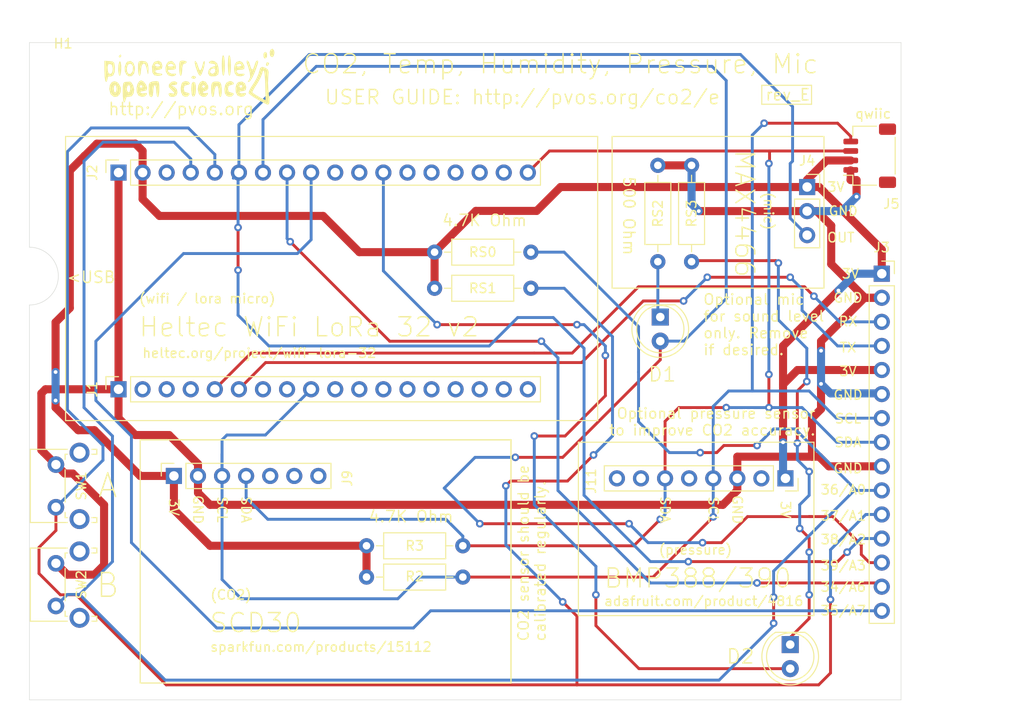
<source format=kicad_pcb>
(kicad_pcb (version 20171130) (host pcbnew 5.1.6-c6e7f7d~87~ubuntu18.04.1)

  (general
    (thickness 1.6)
    (drawings 80)
    (tracks 400)
    (zones 0)
    (modules 22)
    (nets 16)
  )

  (page A4)
  (layers
    (0 F.Cu signal)
    (31 B.Cu signal)
    (32 B.Adhes user)
    (33 F.Adhes user)
    (34 B.Paste user)
    (35 F.Paste user)
    (36 B.SilkS user)
    (37 F.SilkS user)
    (38 B.Mask user)
    (39 F.Mask user)
    (40 Dwgs.User user)
    (41 Cmts.User user)
    (42 Eco1.User user)
    (43 Eco2.User user)
    (44 Edge.Cuts user)
    (45 Margin user)
    (46 B.CrtYd user)
    (47 F.CrtYd user)
    (48 B.Fab user)
    (49 F.Fab user)
  )

  (setup
    (last_trace_width 0.85)
    (user_trace_width 0.3048)
    (user_trace_width 0.4)
    (user_trace_width 0.508)
    (user_trace_width 0.8)
    (user_trace_width 0.85)
    (trace_clearance 0.2)
    (zone_clearance 0.508)
    (zone_45_only no)
    (trace_min 0.2)
    (via_size 0.8)
    (via_drill 0.4)
    (via_min_size 0.4)
    (via_min_drill 0.3)
    (uvia_size 0.3)
    (uvia_drill 0.1)
    (uvias_allowed no)
    (uvia_min_size 0.2)
    (uvia_min_drill 0.1)
    (edge_width 0.05)
    (segment_width 0.2)
    (pcb_text_width 0.3)
    (pcb_text_size 1.5 1.5)
    (mod_edge_width 0.12)
    (mod_text_size 1 1)
    (mod_text_width 0.15)
    (pad_size 1.524 1.524)
    (pad_drill 0.762)
    (pad_to_mask_clearance 0.05)
    (aux_axis_origin 0 0)
    (visible_elements FFFFFFFF)
    (pcbplotparams
      (layerselection 0x010fc_ffffffff)
      (usegerberextensions false)
      (usegerberattributes true)
      (usegerberadvancedattributes true)
      (creategerberjobfile true)
      (excludeedgelayer true)
      (linewidth 0.100000)
      (plotframeref false)
      (viasonmask false)
      (mode 1)
      (useauxorigin false)
      (hpglpennumber 1)
      (hpglpenspeed 20)
      (hpglpendiameter 15.000000)
      (psnegative false)
      (psa4output false)
      (plotreference true)
      (plotvalue true)
      (plotinvisibletext false)
      (padsonsilk false)
      (subtractmaskfromsilk false)
      (outputformat 1)
      (mirror false)
      (drillshape 0)
      (scaleselection 1)
      (outputdirectory "gerber/"))
  )

  (net 0 "")
  (net 1 +3V3)
  (net 2 GND)
  (net 3 SDA)
  (net 4 SCL)
  (net 5 TX)
  (net 6 RX)
  (net 7 38_A2)
  (net 8 37_A1)
  (net 9 36_A0)
  (net 10 "Net-(D1-Pad1)")
  (net 11 35_A7)
  (net 12 34_A6)
  (net 13 "Net-(D2-Pad1)")
  (net 14 25_LED)
  (net 15 39_A3)

  (net_class Default "This is the default net class."
    (clearance 0.2)
    (trace_width 0.25)
    (via_dia 0.8)
    (via_drill 0.4)
    (uvia_dia 0.3)
    (uvia_drill 0.1)
    (add_net +3V3)
    (add_net 25_LED)
    (add_net 34_A6)
    (add_net 35_A7)
    (add_net 36_A0)
    (add_net 37_A1)
    (add_net 38_A2)
    (add_net 39_A3)
    (add_net GND)
    (add_net "Net-(D1-Pad1)")
    (add_net "Net-(D2-Pad1)")
    (add_net "Net-(J1-Pad10)")
    (add_net "Net-(J1-Pad11)")
    (add_net "Net-(J1-Pad12)")
    (add_net "Net-(J1-Pad13)")
    (add_net "Net-(J1-Pad14)")
    (add_net "Net-(J1-Pad15)")
    (add_net "Net-(J1-Pad16)")
    (add_net "Net-(J1-Pad17)")
    (add_net "Net-(J1-Pad18)")
    (add_net "Net-(J1-Pad2)")
    (add_net "Net-(J1-Pad3)")
    (add_net "Net-(J1-Pad4)")
    (add_net "Net-(J1-Pad8)")
    (add_net "Net-(J11-Pad2)")
    (add_net "Net-(J11-Pad5)")
    (add_net "Net-(J11-Pad7)")
    (add_net "Net-(J11-Pad8)")
    (add_net "Net-(J2-Pad10)")
    (add_net "Net-(J2-Pad11)")
    (add_net "Net-(J2-Pad13)")
    (add_net "Net-(J2-Pad14)")
    (add_net "Net-(J2-Pad15)")
    (add_net "Net-(J2-Pad16)")
    (add_net "Net-(J2-Pad17)")
    (add_net "Net-(J2-Pad3)")
    (add_net "Net-(J9-Pad5)")
    (add_net "Net-(J9-Pad6)")
    (add_net "Net-(J9-Pad7)")
    (add_net RST)
    (add_net RX)
    (add_net SCL)
    (add_net SDA)
    (add_net TX)
  )

  (module logo_footprints:pvos15 (layer F.Cu) (tedit 0) (tstamp 5FD80668)
    (at 79.75 66.5)
    (fp_text reference G*** (at 0 0) (layer F.SilkS) hide
      (effects (font (size 1.524 1.524) (thickness 0.3)))
    )
    (fp_text value LOGO (at 0.75 0) (layer F.SilkS) hide
      (effects (font (size 1.524 1.524) (thickness 0.3)))
    )
    (fp_poly (pts (xy 8.152827 -0.82763) (xy 8.213772 -0.795749) (xy 8.403537 -0.642486) (xy 8.471266 -0.391675)
      (xy 8.441106 0.058786) (xy 8.432375 0.128618) (xy 8.403043 0.747552) (xy 8.438803 1.457828)
      (xy 8.478876 1.776202) (xy 8.562857 2.483055) (xy 8.539012 2.901891) (xy 8.406229 3.047989)
      (xy 8.386287 3.04815) (xy 8.200915 2.971743) (xy 7.821056 2.778141) (xy 7.358578 2.525682)
      (xy 6.875009 2.234464) (xy 6.516194 1.980874) (xy 6.366996 1.829704) (xy 6.389684 1.725458)
      (xy 6.751898 1.725458) (xy 6.880312 1.857787) (xy 7.200868 2.072335) (xy 7.616536 2.310771)
      (xy 8.030286 2.514764) (xy 8.143729 2.56218) (xy 8.150266 2.417594) (xy 8.147147 2.020696)
      (xy 8.135247 1.440523) (xy 8.124426 1.039032) (xy 8.086204 0.179817) (xy 8.030494 -0.360802)
      (xy 7.956616 -0.585311) (xy 7.863893 -0.496192) (xy 7.780324 -0.219918) (xy 7.620841 0.191505)
      (xy 7.348145 0.697307) (xy 7.209842 0.913142) (xy 6.946232 1.325724) (xy 6.780699 1.634341)
      (xy 6.751898 1.725458) (xy 6.389684 1.725458) (xy 6.414784 1.610137) (xy 6.612325 1.230696)
      (xy 6.82835 0.901081) (xy 7.150655 0.373929) (xy 7.391555 -0.153689) (xy 7.465508 -0.406155)
      (xy 7.589683 -0.819556) (xy 7.795557 -0.947952) (xy 8.152827 -0.82763)) (layer F.SilkS) (width 0.01))
    (fp_poly (pts (xy -6.002284 0.708876) (xy -5.82587 0.994431) (xy -5.715063 1.437732) (xy -5.770311 1.850088)
      (xy -5.958024 2.138532) (xy -6.244614 2.210098) (xy -6.263487 2.205657) (xy -6.509772 2.220617)
      (xy -6.616789 2.483551) (xy -6.622331 2.524599) (xy -6.697632 2.77903) (xy -6.792089 2.801921)
      (xy -6.854939 2.587733) (xy -6.898556 2.151888) (xy -6.912659 1.661182) (xy -6.90755 1.391427)
      (xy -6.503132 1.391427) (xy -6.469879 1.567405) (xy -6.320535 1.762751) (xy -6.175682 1.685041)
      (xy -6.108895 1.375228) (xy -6.108861 1.366456) (xy -6.159334 1.06427) (xy -6.256224 0.964557)
      (xy -6.437732 1.096795) (xy -6.503132 1.391427) (xy -6.90755 1.391427) (xy -6.902114 1.104501)
      (xy -6.855354 0.797204) (xy -6.749688 0.667438) (xy -6.59114 0.643038) (xy -6.266922 0.626793)
      (xy -6.149051 0.607368) (xy -6.002284 0.708876)) (layer F.SilkS) (width 0.01))
    (fp_poly (pts (xy -7.475625 0.689248) (xy -7.356155 0.811771) (xy -7.103949 1.266915) (xy -7.139893 1.719664)
      (xy -7.239834 1.939683) (xy -7.522469 2.206494) (xy -7.868251 2.210772) (xy -8.167834 1.961319)
      (xy -8.222584 1.860589) (xy -8.337557 1.385249) (xy -8.334564 1.366456) (xy -7.877216 1.366456)
      (xy -7.822186 1.668573) (xy -7.716456 1.768355) (xy -7.595609 1.63078) (xy -7.555697 1.366456)
      (xy -7.610726 1.064339) (xy -7.716456 0.964557) (xy -7.837303 1.102132) (xy -7.877216 1.366456)
      (xy -8.334564 1.366456) (xy -8.27164 0.971485) (xy -8.073542 0.678257) (xy -7.791968 0.564525)
      (xy -7.475625 0.689248)) (layer F.SilkS) (width 0.01))
    (fp_poly (pts (xy -4.712684 0.613047) (xy -4.471467 0.914284) (xy -4.343504 1.249388) (xy -4.340507 1.297559)
      (xy -4.438438 1.54036) (xy -4.751893 1.607595) (xy -5.030384 1.659861) (xy -5.059883 1.774894)
      (xy -4.844249 1.867113) (xy -4.629477 1.838404) (xy -4.388689 1.812804) (xy -4.374269 1.952434)
      (xy -4.586314 2.163006) (xy -4.930368 2.21195) (xy -5.250023 2.079733) (xy -5.266751 2.063882)
      (xy -5.43411 1.730543) (xy -5.458944 1.295831) (xy -5.420294 1.125317) (xy -5.144304 1.125317)
      (xy -5.02197 1.281405) (xy -4.983545 1.286076) (xy -4.827457 1.163742) (xy -4.822785 1.125317)
      (xy -4.945119 0.969229) (xy -4.983545 0.964557) (xy -5.139633 1.086891) (xy -5.144304 1.125317)
      (xy -5.420294 1.125317) (xy -5.362545 0.870552) (xy -5.1662 0.565513) (xy -4.962876 0.482279)
      (xy -4.712684 0.613047)) (layer F.SilkS) (width 0.01))
    (fp_poly (pts (xy -3.175916 0.586931) (xy -3.096423 0.779076) (xy -3.059501 1.153568) (xy -3.062448 1.596016)
      (xy -3.102564 1.992026) (xy -3.177149 2.227207) (xy -3.21519 2.250633) (xy -3.315858 2.108015)
      (xy -3.37185 1.751738) (xy -3.37595 1.607595) (xy -3.411604 1.204923) (xy -3.500673 0.980955)
      (xy -3.536709 0.964557) (xy -3.637377 1.107175) (xy -3.693369 1.463452) (xy -3.697469 1.607595)
      (xy -3.742884 2.082371) (xy -3.878324 2.251084) (xy -4.072574 2.14346) (xy -4.139242 1.928703)
      (xy -4.176744 1.520583) (xy -4.179747 1.358404) (xy -4.157076 0.923105) (xy -4.049952 0.70693)
      (xy -3.799707 0.60852) (xy -3.738574 0.596185) (xy -3.374083 0.558498) (xy -3.175916 0.586931)) (layer F.SilkS) (width 0.01))
    (fp_poly (pts (xy -1.190822 0.708531) (xy -1.165507 0.763608) (xy -1.243038 0.926318) (xy -1.473629 0.975438)
      (xy -1.848735 0.986318) (xy -1.479061 1.164317) (xy -1.212709 1.423228) (xy -1.143067 1.766188)
      (xy -1.263849 2.072388) (xy -1.533831 2.217225) (xy -1.853269 2.20647) (xy -1.97592 2.150242)
      (xy -2.092009 1.921549) (xy -1.944875 1.820301) (xy -1.768355 1.848735) (xy -1.497939 1.88793)
      (xy -1.489156 1.764634) (xy -1.739888 1.500236) (xy -1.808545 1.442486) (xy -2.049871 1.183221)
      (xy -2.041733 0.946201) (xy -1.991973 0.854059) (xy -1.731443 0.625729) (xy -1.419686 0.572326)
      (xy -1.190822 0.708531)) (layer F.SilkS) (width 0.01))
    (fp_poly (pts (xy -0.003279 0.616401) (xy 0.157835 0.789476) (xy 0.160759 0.820997) (xy 0.025964 0.937686)
      (xy -0.16076 0.964557) (xy -0.412883 1.058751) (xy -0.482279 1.366456) (xy -0.409077 1.679359)
      (xy -0.14965 1.768352) (xy -0.147363 1.768355) (xy 0.097645 1.845156) (xy 0.120644 1.969304)
      (xy -0.088045 2.184098) (xy -0.406486 2.186855) (xy -0.606194 2.062414) (xy -0.761103 1.73057)
      (xy -0.794599 1.273579) (xy -0.709299 0.849799) (xy -0.583035 0.659949) (xy -0.301248 0.56218)
      (xy -0.003279 0.616401)) (layer F.SilkS) (width 0.01))
    (fp_poly (pts (xy 0.722543 0.738898) (xy 0.794656 1.064013) (xy 0.803797 1.356969) (xy 0.760664 1.88415)
      (xy 0.642461 2.168351) (xy 0.465977 2.174964) (xy 0.424321 2.13909) (xy 0.36115 1.927904)
      (xy 0.324901 1.520011) (xy 0.321519 1.339663) (xy 0.355487 0.872625) (xy 0.470127 0.66597)
      (xy 0.562658 0.643038) (xy 0.722543 0.738898)) (layer F.SilkS) (width 0.01))
    (fp_poly (pts (xy 1.792404 0.612821) (xy 1.864632 0.677321) (xy 2.094589 1.044303) (xy 2.096428 1.36968)
      (xy 1.875965 1.563785) (xy 1.80616 1.578899) (xy 1.559014 1.669384) (xy 1.529979 1.772827)
      (xy 1.731882 1.846552) (xy 1.875818 1.816097) (xy 2.064654 1.808992) (xy 2.059027 1.943687)
      (xy 1.847467 2.185454) (xy 1.526653 2.214583) (xy 1.219925 2.040412) (xy 1.106468 1.871566)
      (xy 1.002656 1.423707) (xy 1.045614 1.125317) (xy 1.446835 1.125317) (xy 1.569169 1.281405)
      (xy 1.607595 1.286076) (xy 1.763683 1.163742) (xy 1.768354 1.125317) (xy 1.64602 0.969229)
      (xy 1.607595 0.964557) (xy 1.451507 1.086891) (xy 1.446835 1.125317) (xy 1.045614 1.125317)
      (xy 1.062892 1.005306) (xy 1.243628 0.68496) (xy 1.501314 0.531266) (xy 1.792404 0.612821)) (layer F.SilkS) (width 0.01))
    (fp_poly (pts (xy 3.171392 0.609214) (xy 3.367672 0.699065) (xy 3.471343 0.941256) (xy 3.524975 1.333515)
      (xy 3.527949 1.759823) (xy 3.479646 2.104162) (xy 3.379446 2.250514) (xy 3.375949 2.250633)
      (xy 3.26897 2.109485) (xy 3.216325 1.763151) (xy 3.21519 1.697463) (xy 3.177193 1.300458)
      (xy 3.084398 1.065755) (xy 3.071275 1.055348) (xy 2.907863 1.096585) (xy 2.784449 1.382996)
      (xy 2.73302 1.838335) (xy 2.732911 1.861883) (xy 2.67619 2.157651) (xy 2.572152 2.250633)
      (xy 2.479524 2.106247) (xy 2.421426 1.737918) (xy 2.411392 1.465577) (xy 2.428736 0.98832)
      (xy 2.508638 0.740547) (xy 2.692899 0.630894) (xy 2.805014 0.605275) (xy 3.171392 0.609214)) (layer F.SilkS) (width 0.01))
    (fp_poly (pts (xy 4.553104 0.573951) (xy 4.797068 0.74774) (xy 4.754253 0.907734) (xy 4.501265 0.964557)
      (xy 4.249142 1.058751) (xy 4.179746 1.366456) (xy 4.252948 1.679359) (xy 4.512376 1.768352)
      (xy 4.514662 1.768355) (xy 4.75967 1.845156) (xy 4.78267 1.969304) (xy 4.569945 2.180466)
      (xy 4.224053 2.189482) (xy 4.032384 2.103816) (xy 3.859075 1.827754) (xy 3.813016 1.400301)
      (xy 3.893009 0.964808) (xy 4.044032 0.709856) (xy 4.359124 0.556443) (xy 4.553104 0.573951)) (layer F.SilkS) (width 0.01))
    (fp_poly (pts (xy 5.970274 0.795997) (xy 6.108264 1.183111) (xy 6.10886 1.213685) (xy 6.042578 1.511744)
      (xy 5.781655 1.605511) (xy 5.697474 1.607595) (xy 5.418983 1.659861) (xy 5.389484 1.774894)
      (xy 5.605118 1.867113) (xy 5.81989 1.838404) (xy 6.060678 1.812804) (xy 6.075098 1.952434)
      (xy 5.863053 2.163006) (xy 5.518999 2.21195) (xy 5.199345 2.079733) (xy 5.182616 2.063882)
      (xy 5.016024 1.724171) (xy 4.98826 1.278562) (xy 5.047975 1.040173) (xy 5.372567 1.040173)
      (xy 5.385443 1.125317) (xy 5.522949 1.278511) (xy 5.546202 1.286076) (xy 5.674013 1.173953)
      (xy 5.706962 1.125317) (xy 5.668787 0.989122) (xy 5.546202 0.964557) (xy 5.372567 1.040173)
      (xy 5.047975 1.040173) (xy 5.090483 0.870483) (xy 5.269024 0.662326) (xy 5.657848 0.600947)
      (xy 5.970274 0.795997)) (layer F.SilkS) (width 0.01))
    (fp_poly (pts (xy -8.319304 -1.553419) (xy -7.9754 -1.506609) (xy -7.815587 -1.347178) (xy -7.751692 -0.976605)
      (xy -7.746273 -0.913148) (xy -7.773179 -0.374949) (xy -7.934631 -0.026726) (xy -8.199822 0.076833)
      (xy -8.290868 0.053625) (xy -8.478706 0.092032) (xy -8.520254 0.30432) (xy -8.584499 0.574748)
      (xy -8.681013 0.643038) (xy -8.763741 0.494521) (xy -8.820816 0.097219) (xy -8.841773 -0.468292)
      (xy -8.841773 -0.842378) (xy -8.520254 -0.842378) (xy -8.485566 -0.468542) (xy -8.409731 -0.264583)
      (xy -8.188979 -0.187809) (xy -8.019702 -0.374254) (xy -7.957595 -0.734612) (xy -8.042636 -1.126751)
      (xy -8.238924 -1.255472) (xy -8.445284 -1.218096) (xy -8.517781 -0.950972) (xy -8.520254 -0.842378)
      (xy -8.841773 -0.842378) (xy -8.841773 -1.579623) (xy -8.319304 -1.553419)) (layer F.SilkS) (width 0.01))
    (fp_poly (pts (xy 7.346773 -1.583308) (xy 7.369996 -1.470062) (xy 7.305288 -1.207281) (xy 7.141318 -0.734388)
      (xy 7.023671 -0.414022) (xy 6.803378 0.096299) (xy 6.58238 0.471503) (xy 6.430379 0.616868)
      (xy 6.27492 0.642785) (xy 6.3458 0.507604) (xy 6.414107 0.422941) (xy 6.529572 0.127626)
      (xy 6.49416 -0.331269) (xy 6.301493 -0.999171) (xy 6.160574 -1.383188) (xy 6.170674 -1.57953)
      (xy 6.239647 -1.607595) (xy 6.385766 -1.468862) (xy 6.50877 -1.134246) (xy 6.510759 -1.125316)
      (xy 6.623683 -0.787934) (xy 6.74915 -0.643135) (xy 6.751898 -0.643038) (xy 6.876901 -0.78151)
      (xy 6.990874 -1.115591) (xy 6.993038 -1.125316) (xy 7.10969 -1.462814) (xy 7.244053 -1.607504)
      (xy 7.24695 -1.607595) (xy 7.346773 -1.583308)) (layer F.SilkS) (width 0.01))
    (fp_poly (pts (xy 0.776592 0.086806) (xy 0.803797 0.16076) (xy 0.673589 0.303382) (xy 0.562658 0.321519)
      (xy 0.348724 0.234714) (xy 0.321519 0.16076) (xy 0.451727 0.018137) (xy 0.562658 0)
      (xy 0.776592 0.086806)) (layer F.SilkS) (width 0.01))
    (fp_poly (pts (xy -5.801589 -1.362114) (xy -5.645159 -0.948491) (xy -5.626583 -0.709389) (xy -5.720347 -0.243738)
      (xy -5.957831 0.025091) (xy -6.273319 0.051744) (xy -6.508277 -0.100862) (xy -6.691956 -0.470657)
      (xy -6.70113 -0.804107) (xy -6.493622 -0.804107) (xy -6.460144 -0.442088) (xy -6.302537 -0.19493)
      (xy -6.078483 -0.205019) (xy -5.887219 -0.45406) (xy -5.85565 -0.553521) (xy -5.831388 -1.003855)
      (xy -6.015877 -1.251412) (xy -6.186941 -1.286076) (xy -6.399014 -1.148225) (xy -6.493622 -0.804107)
      (xy -6.70113 -0.804107) (xy -6.704742 -0.935358) (xy -6.557729 -1.346416) (xy -6.403666 -1.50168)
      (xy -6.072518 -1.564958) (xy -5.801589 -1.362114)) (layer F.SilkS) (width 0.01))
    (fp_poly (pts (xy -1.63431 -1.501475) (xy -1.390647 -1.211742) (xy -1.315085 -0.988328) (xy -1.329559 -0.7477)
      (xy -1.528029 -0.654279) (xy -1.776858 -0.643038) (xy -2.11093 -0.623137) (xy -2.177644 -0.533983)
      (xy -2.080598 -0.390722) (xy -1.77822 -0.215548) (xy -1.578636 -0.214912) (xy -1.337733 -0.222769)
      (xy -1.286076 -0.164458) (xy -1.415897 -0.005225) (xy -1.711503 0.047855) (xy -2.032113 -0.014471)
      (xy -2.173081 -0.106173) (xy -2.376269 -0.459447) (xy -2.408241 -0.865107) (xy -2.33386 -1.125316)
      (xy -2.170254 -1.125316) (xy -2.112594 -1.006801) (xy -1.848735 -0.964557) (xy -1.56936 -1.014558)
      (xy -1.527216 -1.125316) (xy -1.760488 -1.274861) (xy -1.848735 -1.286076) (xy -2.11839 -1.184156)
      (xy -2.170254 -1.125316) (xy -2.33386 -1.125316) (xy -2.300994 -1.240291) (xy -2.086524 -1.502136)
      (xy -1.796826 -1.56778) (xy -1.63431 -1.501475)) (layer F.SilkS) (width 0.01))
    (fp_poly (pts (xy 2.757308 -1.552038) (xy 3.029922 -1.328866) (xy 3.048774 -1.296644) (xy 3.17351 -0.902457)
      (xy 3.21519 -0.511588) (xy 3.154038 -0.148392) (xy 2.919857 0.014934) (xy 2.823683 0.03736)
      (xy 2.44879 0.052707) (xy 2.24696 -0.00227) (xy 2.094956 -0.25089) (xy 2.120867 -0.442057)
      (xy 2.289475 -0.442057) (xy 2.336257 -0.313033) (xy 2.54232 -0.194469) (xy 2.763034 -0.314632)
      (xy 2.865268 -0.53579) (xy 2.79822 -0.764714) (xy 2.673806 -0.803797) (xy 2.381639 -0.693429)
      (xy 2.289475 -0.442057) (xy 2.120867 -0.442057) (xy 2.139515 -0.579635) (xy 2.339118 -0.852548)
      (xy 2.531962 -0.935548) (xy 2.839008 -1.044668) (xy 2.858294 -1.187331) (xy 2.601617 -1.280291)
      (xy 2.482284 -1.286076) (xy 2.20877 -1.337107) (xy 2.170253 -1.446835) (xy 2.422112 -1.599676)
      (xy 2.757308 -1.552038)) (layer F.SilkS) (width 0.01))
    (fp_poly (pts (xy 5.714752 -1.414623) (xy 5.906378 -1.055872) (xy 5.919092 -0.988328) (xy 5.902398 -0.743592)
      (xy 5.694974 -0.651938) (xy 5.482049 -0.643038) (xy 5.147217 -0.606162) (xy 5.068488 -0.469512)
      (xy 5.091693 -0.387501) (xy 5.316798 -0.199434) (xy 5.568926 -0.204449) (xy 5.857003 -0.217429)
      (xy 5.948101 -0.157216) (xy 5.814307 -0.011365) (xy 5.508884 0.05148) (xy 5.175768 0.009895)
      (xy 5.086757 -0.029009) (xy 4.891401 -0.298406) (xy 4.826415 -0.721764) (xy 4.887646 -1.125316)
      (xy 5.063924 -1.125316) (xy 5.113146 -0.998784) (xy 5.295575 -0.964557) (xy 5.561913 -1.030146)
      (xy 5.626582 -1.125316) (xy 5.497061 -1.269505) (xy 5.39493 -1.286076) (xy 5.121229 -1.188101)
      (xy 5.063924 -1.125316) (xy 4.887646 -1.125316) (xy 4.892717 -1.158735) (xy 5.077399 -1.458019)
      (xy 5.40678 -1.566331) (xy 5.714752 -1.414623)) (layer F.SilkS) (width 0.01))
    (fp_poly (pts (xy -7.135056 -1.447506) (xy -7.080822 -1.089235) (xy -7.073418 -0.813285) (xy -7.102016 -0.351663)
      (xy -7.17522 -0.056973) (xy -7.234178 0) (xy -7.330581 -0.143568) (xy -7.387963 -0.506315)
      (xy -7.394937 -0.71393) (xy -7.361642 -1.168273) (xy -7.277797 -1.473383) (xy -7.234178 -1.527215)
      (xy -7.135056 -1.447506)) (layer F.SilkS) (width 0.01))
    (fp_poly (pts (xy -4.480867 -1.509188) (xy -4.273723 -1.288035) (xy -4.200884 -0.843211) (xy -4.200857 -0.562658)
      (xy -4.224245 -0.241652) (xy -4.264581 -0.175574) (xy -4.285034 -0.241139) (xy -4.376799 -0.673597)
      (xy -4.430208 -0.924367) (xy -4.570538 -1.249176) (xy -4.749616 -1.298764) (xy -4.907139 -1.10379)
      (xy -4.982802 -0.694915) (xy -4.983545 -0.643038) (xy -5.019199 -0.240366) (xy -5.108268 -0.016397)
      (xy -5.144304 0) (xy -5.236999 -0.144371) (xy -5.295089 -0.512602) (xy -5.305064 -0.783702)
      (xy -5.292583 -1.252381) (xy -5.223658 -1.483498) (xy -5.051065 -1.560876) (xy -4.862975 -1.568432)
      (xy -4.480867 -1.509188)) (layer F.SilkS) (width 0.01))
    (fp_poly (pts (xy -2.8447 -1.41827) (xy -2.732912 -1.049982) (xy -2.795384 -0.743921) (xy -3.04675 -0.646009)
      (xy -3.148207 -0.643038) (xy -3.451365 -0.580138) (xy -3.493646 -0.442088) (xy -3.297355 -0.2859)
      (xy -3.07835 -0.253903) (xy -2.804605 -0.21177) (xy -2.732912 -0.133334) (xy -2.872648 -0.039455)
      (xy -3.208989 -0.000002) (xy -3.212127 0) (xy -3.586767 -0.065637) (xy -3.766694 -0.311358)
      (xy -3.789022 -0.389183) (xy -3.835201 -0.990744) (xy -3.76928 -1.125316) (xy -3.536709 -1.125316)
      (xy -3.40166 -0.995964) (xy -3.205703 -0.964557) (xy -2.983418 -1.026442) (xy -2.974051 -1.125316)
      (xy -3.20665 -1.273235) (xy -3.305058 -1.286076) (xy -3.512831 -1.196192) (xy -3.536709 -1.125316)
      (xy -3.76928 -1.125316) (xy -3.631275 -1.407038) (xy -3.51837 -1.495379) (xy -3.137936 -1.590761)
      (xy -2.8447 -1.41827)) (layer F.SilkS) (width 0.01))
    (fp_poly (pts (xy -0.260542 -1.552565) (xy -0.16076 -1.446835) (xy -0.290968 -1.304213) (xy -0.401899 -1.286076)
      (xy -0.569571 -1.179893) (xy -0.638662 -0.827906) (xy -0.643038 -0.643038) (xy -0.678693 -0.240366)
      (xy -0.767762 -0.016397) (xy -0.803798 0) (xy -0.895502 -0.144582) (xy -0.953709 -0.514257)
      (xy -0.964557 -0.803797) (xy -0.951527 -1.280843) (xy -0.885028 -1.51883) (xy -0.72395 -1.59998)
      (xy -0.562659 -1.607595) (xy -0.260542 -1.552565)) (layer F.SilkS) (width 0.01))
    (fp_poly (pts (xy 1.711274 -1.557502) (xy 1.735985 -1.353305) (xy 1.671588 -0.9794) (xy 1.551764 -0.55234)
      (xy 1.410192 -0.188677) (xy 1.280552 -0.004963) (xy 1.261204 0) (xy 1.104834 -0.132829)
      (xy 0.961861 -0.408988) (xy 0.762691 -0.994781) (xy 0.675608 -1.393721) (xy 0.707953 -1.562623)
      (xy 0.767983 -1.549349) (xy 0.922551 -1.328292) (xy 1.045649 -0.96131) (xy 1.168137 -0.623135)
      (xy 1.305987 -0.59801) (xy 1.442243 -0.879096) (xy 1.507567 -1.147648) (xy 1.602877 -1.464988)
      (xy 1.700751 -1.565031) (xy 1.711274 -1.557502)) (layer F.SilkS) (width 0.01))
    (fp_poly (pts (xy 3.78044 -1.969398) (xy 3.838498 -1.543131) (xy 3.858227 -1.035449) (xy 3.835326 -0.493158)
      (xy 3.774752 -0.122296) (xy 3.697468 0) (xy 3.615179 -0.148804) (xy 3.558258 -0.548129)
      (xy 3.536712 -1.127346) (xy 3.536708 -1.134804) (xy 3.557338 -1.753587) (xy 3.616339 -2.104955)
      (xy 3.697468 -2.170253) (xy 3.78044 -1.969398)) (layer F.SilkS) (width 0.01))
    (fp_poly (pts (xy 4.423478 -1.969398) (xy 4.481536 -1.543131) (xy 4.501265 -1.035449) (xy 4.478364 -0.493158)
      (xy 4.41779 -0.122296) (xy 4.340506 0) (xy 4.258217 -0.148804) (xy 4.201296 -0.548129)
      (xy 4.17975 -1.127346) (xy 4.179746 -1.134804) (xy 4.200376 -1.753587) (xy 4.259377 -2.104955)
      (xy 4.340506 -2.170253) (xy 4.423478 -1.969398)) (layer F.SilkS) (width 0.01))
    (fp_poly (pts (xy 8.515651 -1.331454) (xy 8.520253 -1.295563) (xy 8.403397 -1.077841) (xy 8.359493 -1.044936)
      (xy 8.221867 -1.08138) (xy 8.198734 -1.196208) (xy 8.282666 -1.416162) (xy 8.359493 -1.446835)
      (xy 8.515651 -1.331454)) (layer F.SilkS) (width 0.01))
    (fp_poly (pts (xy 8.29519 -2.347088) (xy 8.302034 -2.025697) (xy 8.22535 -1.891426) (xy 8.050126 -1.824771)
      (xy 7.941519 -1.993417) (xy 7.934674 -2.314808) (xy 8.011358 -2.44908) (xy 8.186582 -2.515735)
      (xy 8.29519 -2.347088)) (layer F.SilkS) (width 0.01))
    (fp_poly (pts (xy -7.075261 -2.126254) (xy -7.073418 -2.089873) (xy -7.197002 -1.935291) (xy -7.243665 -1.929114)
      (xy -7.339676 -2.027601) (xy -7.314557 -2.089873) (xy -7.170098 -2.243235) (xy -7.14431 -2.250633)
      (xy -7.075261 -2.126254)) (layer F.SilkS) (width 0.01))
    (fp_poly (pts (xy 8.901768 -2.846878) (xy 9.043091 -2.658645) (xy 9.082911 -2.411392) (xy 9.00671 -2.090367)
      (xy 8.836462 -1.967649) (xy 8.659696 -2.090681) (xy 8.625485 -2.163458) (xy 8.589165 -2.494498)
      (xy 8.691837 -2.765544) (xy 8.883133 -2.852002) (xy 8.901768 -2.846878)) (layer F.SilkS) (width 0.01))
  )

  (module Connector_PinSocket_2.54mm:PinSocket_1x18_P2.54mm_Vertical (layer F.Cu) (tedit 5A19A434) (tstamp 5FD5C073)
    (at 72.39 76.708 90)
    (descr "Through hole straight socket strip, 1x18, 2.54mm pitch, single row (from Kicad 4.0.7), script generated")
    (tags "Through hole socket strip THT 1x18 2.54mm single row")
    (path /5FB65139)
    (fp_text reference J2 (at 0 -2.77 90) (layer F.SilkS)
      (effects (font (size 1 1) (thickness 0.15)))
    )
    (fp_text value Conn_01x18_Female (at 0 45.95 90) (layer F.Fab)
      (effects (font (size 1 1) (thickness 0.15)))
    )
    (fp_line (start -1.27 -1.27) (end 0.635 -1.27) (layer F.Fab) (width 0.1))
    (fp_line (start 0.635 -1.27) (end 1.27 -0.635) (layer F.Fab) (width 0.1))
    (fp_line (start 1.27 -0.635) (end 1.27 44.45) (layer F.Fab) (width 0.1))
    (fp_line (start 1.27 44.45) (end -1.27 44.45) (layer F.Fab) (width 0.1))
    (fp_line (start -1.27 44.45) (end -1.27 -1.27) (layer F.Fab) (width 0.1))
    (fp_line (start -1.33 1.27) (end 1.33 1.27) (layer F.SilkS) (width 0.12))
    (fp_line (start -1.33 1.27) (end -1.33 44.51) (layer F.SilkS) (width 0.12))
    (fp_line (start -1.33 44.51) (end 1.33 44.51) (layer F.SilkS) (width 0.12))
    (fp_line (start 1.33 1.27) (end 1.33 44.51) (layer F.SilkS) (width 0.12))
    (fp_line (start 1.33 -1.33) (end 1.33 0) (layer F.SilkS) (width 0.12))
    (fp_line (start 0 -1.33) (end 1.33 -1.33) (layer F.SilkS) (width 0.12))
    (fp_line (start -1.8 -1.8) (end 1.75 -1.8) (layer F.CrtYd) (width 0.05))
    (fp_line (start 1.75 -1.8) (end 1.75 44.95) (layer F.CrtYd) (width 0.05))
    (fp_line (start 1.75 44.95) (end -1.8 44.95) (layer F.CrtYd) (width 0.05))
    (fp_line (start -1.8 44.95) (end -1.8 -1.8) (layer F.CrtYd) (width 0.05))
    (fp_text user %R (at 0 21.59) (layer F.Fab)
      (effects (font (size 1 1) (thickness 0.15)))
    )
    (pad 18 thru_hole oval (at 0 43.18 90) (size 1.7 1.7) (drill 1) (layers *.Cu *.Mask)
      (net 3 SDA))
    (pad 17 thru_hole oval (at 0 40.64 90) (size 1.7 1.7) (drill 1) (layers *.Cu *.Mask))
    (pad 16 thru_hole oval (at 0 38.1 90) (size 1.7 1.7) (drill 1) (layers *.Cu *.Mask))
    (pad 15 thru_hole oval (at 0 35.56 90) (size 1.7 1.7) (drill 1) (layers *.Cu *.Mask))
    (pad 14 thru_hole oval (at 0 33.02 90) (size 1.7 1.7) (drill 1) (layers *.Cu *.Mask))
    (pad 13 thru_hole oval (at 0 30.48 90) (size 1.7 1.7) (drill 1) (layers *.Cu *.Mask))
    (pad 12 thru_hole oval (at 0 27.94 90) (size 1.7 1.7) (drill 1) (layers *.Cu *.Mask)
      (net 14 25_LED))
    (pad 11 thru_hole oval (at 0 25.4 90) (size 1.7 1.7) (drill 1) (layers *.Cu *.Mask))
    (pad 10 thru_hole oval (at 0 22.86 90) (size 1.7 1.7) (drill 1) (layers *.Cu *.Mask))
    (pad 9 thru_hole oval (at 0 20.32 90) (size 1.7 1.7) (drill 1) (layers *.Cu *.Mask)
      (net 11 35_A7))
    (pad 8 thru_hole oval (at 0 17.78 90) (size 1.7 1.7) (drill 1) (layers *.Cu *.Mask)
      (net 12 34_A6))
    (pad 7 thru_hole oval (at 0 15.24 90) (size 1.7 1.7) (drill 1) (layers *.Cu *.Mask)
      (net 15 39_A3))
    (pad 6 thru_hole oval (at 0 12.7 90) (size 1.7 1.7) (drill 1) (layers *.Cu *.Mask)
      (net 7 38_A2))
    (pad 5 thru_hole oval (at 0 10.16 90) (size 1.7 1.7) (drill 1) (layers *.Cu *.Mask)
      (net 8 37_A1))
    (pad 4 thru_hole oval (at 0 7.62 90) (size 1.7 1.7) (drill 1) (layers *.Cu *.Mask)
      (net 9 36_A0))
    (pad 3 thru_hole oval (at 0 5.08 90) (size 1.7 1.7) (drill 1) (layers *.Cu *.Mask))
    (pad 2 thru_hole oval (at 0 2.54 90) (size 1.7 1.7) (drill 1) (layers *.Cu *.Mask)
      (net 1 +3V3))
    (pad 1 thru_hole rect (at 0 0 90) (size 1.7 1.7) (drill 1) (layers *.Cu *.Mask)
      (net 2 GND))
    (model ${KISYS3DMOD}/Connector_PinSocket_2.54mm.3dshapes/PinSocket_1x18_P2.54mm_Vertical.wrl
      (at (xyz 0 0 0))
      (scale (xyz 1 1 1))
      (rotate (xyz 0 0 0))
    )
  )

  (module Button_Switch_THT:SW_Tactile_SPST_Angled_PTS645Vx58-2LFS (layer F.Cu) (tedit 5A02FE31) (tstamp 5FD6F212)
    (at 65.786 122.428 90)
    (descr "tactile switch SPST right angle, PTS645VL58-2 LFS")
    (tags "tactile switch SPST angled PTS645VL58-2 LFS C&K Button")
    (path /5FDC768B)
    (fp_text reference SW2 (at 2.25 2.68 90) (layer F.SilkS)
      (effects (font (size 1 1) (thickness 0.15)))
    )
    (fp_text value SW_Push (at 2.25 5.38988 90) (layer F.Fab)
      (effects (font (size 1 1) (thickness 0.15)))
    )
    (fp_line (start 0.55 0.97) (end 3.95 0.97) (layer F.SilkS) (width 0.12))
    (fp_line (start -1.09 0.97) (end -0.55 0.97) (layer F.SilkS) (width 0.12))
    (fp_line (start 6.11 3.8) (end 6.11 4.31) (layer F.SilkS) (width 0.12))
    (fp_line (start 5.59 4.31) (end 6.11 4.31) (layer F.SilkS) (width 0.12))
    (fp_line (start 5.59 3.8) (end 5.59 4.31) (layer F.SilkS) (width 0.12))
    (fp_line (start 5.05 0.97) (end 5.59 0.97) (layer F.SilkS) (width 0.12))
    (fp_line (start -1.61 3.8) (end -1.61 4.31) (layer F.SilkS) (width 0.12))
    (fp_line (start -1.09 3.8) (end -1.09 4.31) (layer F.SilkS) (width 0.12))
    (fp_line (start 5.59 0.97) (end 5.59 1.2) (layer F.SilkS) (width 0.12))
    (fp_line (start -1.2 4.2) (end -1.2 0.86) (layer F.Fab) (width 0.1))
    (fp_line (start 5.7 4.2) (end 6 4.2) (layer F.Fab) (width 0.1))
    (fp_line (start -1.5 4.2) (end -1.5 -2.59) (layer F.Fab) (width 0.1))
    (fp_line (start -1.5 -2.59) (end 6 -2.59) (layer F.Fab) (width 0.1))
    (fp_line (start -1.61 -2.7) (end -1.61 1.2) (layer F.SilkS) (width 0.12))
    (fp_line (start -1.61 4.31) (end -1.09 4.31) (layer F.SilkS) (width 0.12))
    (fp_line (start 6.11 -2.7) (end 6.11 1.2) (layer F.SilkS) (width 0.12))
    (fp_line (start -1.61 -2.7) (end 6.11 -2.7) (layer F.SilkS) (width 0.12))
    (fp_line (start -2.5 4.45) (end -2.5 -2.8) (layer F.CrtYd) (width 0.05))
    (fp_line (start 7.05 4.45) (end -2.5 4.45) (layer F.CrtYd) (width 0.05))
    (fp_line (start 7.05 -2.8) (end 7.05 4.45) (layer F.CrtYd) (width 0.05))
    (fp_line (start -2.5 -2.8) (end 7.05 -2.8) (layer F.CrtYd) (width 0.05))
    (fp_line (start 6 4.2) (end 6 -2.59) (layer F.Fab) (width 0.1))
    (fp_line (start -1.2 0.86) (end 5.7 0.86) (layer F.Fab) (width 0.1))
    (fp_line (start -1.5 4.2) (end -1.2 4.2) (layer F.Fab) (width 0.1))
    (fp_line (start 5.7 4.2) (end 5.7 0.86) (layer F.Fab) (width 0.1))
    (fp_line (start -1.09 0.97) (end -1.09 1.2) (layer F.SilkS) (width 0.12))
    (fp_line (start 0.5 -5.85) (end 4 -5.85) (layer F.Fab) (width 0.1))
    (fp_line (start 4 -5.85) (end 4 -2.59) (layer F.Fab) (width 0.1))
    (fp_line (start 0.5 -5.85) (end 0.5 -2.59) (layer F.Fab) (width 0.1))
    (fp_text user %R (at 2.25 1.68 90) (layer F.Fab)
      (effects (font (size 1 1) (thickness 0.15)))
    )
    (pad "" thru_hole circle (at -1.25 2.49 90) (size 2.1 2.1) (drill 1.3) (layers *.Cu *.Mask))
    (pad 1 thru_hole circle (at 0 0 90) (size 1.75 1.75) (drill 0.99) (layers *.Cu *.Mask)
      (net 9 36_A0))
    (pad 2 thru_hole circle (at 4.5 0 90) (size 1.75 1.75) (drill 0.99) (layers *.Cu *.Mask)
      (net 2 GND))
    (pad "" thru_hole circle (at 5.76 2.49 90) (size 2.1 2.1) (drill 1.3) (layers *.Cu *.Mask))
    (model ${KISYS3DMOD}/Button_Switch_THT.3dshapes/SW_Tactile_SPST_Angled_PTS645Vx58-2LFS.wrl
      (at (xyz 0 0 0))
      (scale (xyz 1 1 1))
      (rotate (xyz 0 0 0))
    )
  )

  (module Button_Switch_THT:SW_Tactile_SPST_Angled_PTS645Vx58-2LFS (layer F.Cu) (tedit 5A02FE31) (tstamp 5FD6F1EC)
    (at 65.786 112.014 90)
    (descr "tactile switch SPST right angle, PTS645VL58-2 LFS")
    (tags "tactile switch SPST angled PTS645VL58-2 LFS C&K Button")
    (path /5FDA65F7)
    (fp_text reference SW1 (at 2.25 2.68 90) (layer F.SilkS)
      (effects (font (size 1 1) (thickness 0.15)))
    )
    (fp_text value SW_Push (at 2.25 5.38988 90) (layer F.Fab)
      (effects (font (size 1 1) (thickness 0.15)))
    )
    (fp_line (start 0.55 0.97) (end 3.95 0.97) (layer F.SilkS) (width 0.12))
    (fp_line (start -1.09 0.97) (end -0.55 0.97) (layer F.SilkS) (width 0.12))
    (fp_line (start 6.11 3.8) (end 6.11 4.31) (layer F.SilkS) (width 0.12))
    (fp_line (start 5.59 4.31) (end 6.11 4.31) (layer F.SilkS) (width 0.12))
    (fp_line (start 5.59 3.8) (end 5.59 4.31) (layer F.SilkS) (width 0.12))
    (fp_line (start 5.05 0.97) (end 5.59 0.97) (layer F.SilkS) (width 0.12))
    (fp_line (start -1.61 3.8) (end -1.61 4.31) (layer F.SilkS) (width 0.12))
    (fp_line (start -1.09 3.8) (end -1.09 4.31) (layer F.SilkS) (width 0.12))
    (fp_line (start 5.59 0.97) (end 5.59 1.2) (layer F.SilkS) (width 0.12))
    (fp_line (start -1.2 4.2) (end -1.2 0.86) (layer F.Fab) (width 0.1))
    (fp_line (start 5.7 4.2) (end 6 4.2) (layer F.Fab) (width 0.1))
    (fp_line (start -1.5 4.2) (end -1.5 -2.59) (layer F.Fab) (width 0.1))
    (fp_line (start -1.5 -2.59) (end 6 -2.59) (layer F.Fab) (width 0.1))
    (fp_line (start -1.61 -2.7) (end -1.61 1.2) (layer F.SilkS) (width 0.12))
    (fp_line (start -1.61 4.31) (end -1.09 4.31) (layer F.SilkS) (width 0.12))
    (fp_line (start 6.11 -2.7) (end 6.11 1.2) (layer F.SilkS) (width 0.12))
    (fp_line (start -1.61 -2.7) (end 6.11 -2.7) (layer F.SilkS) (width 0.12))
    (fp_line (start -2.5 4.45) (end -2.5 -2.8) (layer F.CrtYd) (width 0.05))
    (fp_line (start 7.05 4.45) (end -2.5 4.45) (layer F.CrtYd) (width 0.05))
    (fp_line (start 7.05 -2.8) (end 7.05 4.45) (layer F.CrtYd) (width 0.05))
    (fp_line (start -2.5 -2.8) (end 7.05 -2.8) (layer F.CrtYd) (width 0.05))
    (fp_line (start 6 4.2) (end 6 -2.59) (layer F.Fab) (width 0.1))
    (fp_line (start -1.2 0.86) (end 5.7 0.86) (layer F.Fab) (width 0.1))
    (fp_line (start -1.5 4.2) (end -1.2 4.2) (layer F.Fab) (width 0.1))
    (fp_line (start 5.7 4.2) (end 5.7 0.86) (layer F.Fab) (width 0.1))
    (fp_line (start -1.09 0.97) (end -1.09 1.2) (layer F.SilkS) (width 0.12))
    (fp_line (start 0.5 -5.85) (end 4 -5.85) (layer F.Fab) (width 0.1))
    (fp_line (start 4 -5.85) (end 4 -2.59) (layer F.Fab) (width 0.1))
    (fp_line (start 0.5 -5.85) (end 0.5 -2.59) (layer F.Fab) (width 0.1))
    (fp_text user %R (at 2.25 1.68 90) (layer F.Fab)
      (effects (font (size 1 1) (thickness 0.15)))
    )
    (pad "" thru_hole circle (at -1.25 2.49 90) (size 2.1 2.1) (drill 1.3) (layers *.Cu *.Mask))
    (pad 1 thru_hole circle (at 0 0 90) (size 1.75 1.75) (drill 0.99) (layers *.Cu *.Mask)
      (net 8 37_A1))
    (pad 2 thru_hole circle (at 4.5 0 90) (size 1.75 1.75) (drill 0.99) (layers *.Cu *.Mask)
      (net 2 GND))
    (pad "" thru_hole circle (at 5.76 2.49 90) (size 2.1 2.1) (drill 1.3) (layers *.Cu *.Mask))
    (model ${KISYS3DMOD}/Button_Switch_THT.3dshapes/SW_Tactile_SPST_Angled_PTS645Vx58-2LFS.wrl
      (at (xyz 0 0 0))
      (scale (xyz 1 1 1))
      (rotate (xyz 0 0 0))
    )
  )

  (module Connector_JST:JST_SH_SM04B-SRSS-TB_1x04-1MP_P1.00mm_Horizontal (layer F.Cu) (tedit 5B78AD87) (tstamp 5FD6A636)
    (at 151.638 74.93 90)
    (descr "JST SH series connector, SM04B-SRSS-TB (http://www.jst-mfg.com/product/pdf/eng/eSH.pdf), generated with kicad-footprint-generator")
    (tags "connector JST SH top entry")
    (path /5FE6A2E6)
    (attr smd)
    (fp_text reference J5 (at -5.08 2.286 180) (layer F.SilkS)
      (effects (font (size 1 1) (thickness 0.15)))
    )
    (fp_text value Conn_01x04_Female (at 0 3.98 90) (layer F.Fab)
      (effects (font (size 1 1) (thickness 0.15)))
    )
    (fp_line (start -3 -1.675) (end 3 -1.675) (layer F.Fab) (width 0.1))
    (fp_line (start -3.11 0.715) (end -3.11 -1.785) (layer F.SilkS) (width 0.12))
    (fp_line (start -3.11 -1.785) (end -2.06 -1.785) (layer F.SilkS) (width 0.12))
    (fp_line (start -2.06 -1.785) (end -2.06 -2.775) (layer F.SilkS) (width 0.12))
    (fp_line (start 3.11 0.715) (end 3.11 -1.785) (layer F.SilkS) (width 0.12))
    (fp_line (start 3.11 -1.785) (end 2.06 -1.785) (layer F.SilkS) (width 0.12))
    (fp_line (start -1.94 2.685) (end 1.94 2.685) (layer F.SilkS) (width 0.12))
    (fp_line (start -3 2.575) (end 3 2.575) (layer F.Fab) (width 0.1))
    (fp_line (start -3 -1.675) (end -3 2.575) (layer F.Fab) (width 0.1))
    (fp_line (start 3 -1.675) (end 3 2.575) (layer F.Fab) (width 0.1))
    (fp_line (start -3.9 -3.28) (end -3.9 3.28) (layer F.CrtYd) (width 0.05))
    (fp_line (start -3.9 3.28) (end 3.9 3.28) (layer F.CrtYd) (width 0.05))
    (fp_line (start 3.9 3.28) (end 3.9 -3.28) (layer F.CrtYd) (width 0.05))
    (fp_line (start 3.9 -3.28) (end -3.9 -3.28) (layer F.CrtYd) (width 0.05))
    (fp_line (start -2 -1.675) (end -1.5 -0.967893) (layer F.Fab) (width 0.1))
    (fp_line (start -1.5 -0.967893) (end -1 -1.675) (layer F.Fab) (width 0.1))
    (fp_text user %R (at 0 0 90) (layer F.Fab)
      (effects (font (size 1 1) (thickness 0.15)))
    )
    (pad MP smd roundrect (at 2.8 1.875 90) (size 1.2 1.8) (layers F.Cu F.Paste F.Mask) (roundrect_rratio 0.208333))
    (pad MP smd roundrect (at -2.8 1.875 90) (size 1.2 1.8) (layers F.Cu F.Paste F.Mask) (roundrect_rratio 0.208333))
    (pad 4 smd roundrect (at 1.5 -2 90) (size 0.6 1.55) (layers F.Cu F.Paste F.Mask) (roundrect_rratio 0.25)
      (net 4 SCL))
    (pad 3 smd roundrect (at 0.5 -2 90) (size 0.6 1.55) (layers F.Cu F.Paste F.Mask) (roundrect_rratio 0.25)
      (net 3 SDA))
    (pad 2 smd roundrect (at -0.5 -2 90) (size 0.6 1.55) (layers F.Cu F.Paste F.Mask) (roundrect_rratio 0.25)
      (net 1 +3V3))
    (pad 1 smd roundrect (at -1.5 -2 90) (size 0.6 1.55) (layers F.Cu F.Paste F.Mask) (roundrect_rratio 0.25)
      (net 2 GND))
    (model ${KISYS3DMOD}/Connector_JST.3dshapes/JST_SH_SM04B-SRSS-TB_1x04-1MP_P1.00mm_Horizontal.wrl
      (at (xyz 0 0 0))
      (scale (xyz 1 1 1))
      (rotate (xyz 0 0 0))
    )
  )

  (module Connector_PinSocket_2.54mm:PinSocket_1x15_P2.54mm_Vertical (layer F.Cu) (tedit 5A19A41D) (tstamp 5FD688BB)
    (at 152.908 87.376)
    (descr "Through hole straight socket strip, 1x15, 2.54mm pitch, single row (from Kicad 4.0.7), script generated")
    (tags "Through hole socket strip THT 1x15 2.54mm single row")
    (path /5FEFD935)
    (fp_text reference J3 (at 0 -2.77) (layer F.SilkS)
      (effects (font (size 1 1) (thickness 0.15)))
    )
    (fp_text value Conn_01x15_Female (at 0 38.33) (layer F.Fab)
      (effects (font (size 1 1) (thickness 0.15)))
    )
    (fp_line (start -1.27 -1.27) (end 0.635 -1.27) (layer F.Fab) (width 0.1))
    (fp_line (start 0.635 -1.27) (end 1.27 -0.635) (layer F.Fab) (width 0.1))
    (fp_line (start 1.27 -0.635) (end 1.27 36.83) (layer F.Fab) (width 0.1))
    (fp_line (start 1.27 36.83) (end -1.27 36.83) (layer F.Fab) (width 0.1))
    (fp_line (start -1.27 36.83) (end -1.27 -1.27) (layer F.Fab) (width 0.1))
    (fp_line (start -1.33 1.27) (end 1.33 1.27) (layer F.SilkS) (width 0.12))
    (fp_line (start -1.33 1.27) (end -1.33 36.89) (layer F.SilkS) (width 0.12))
    (fp_line (start -1.33 36.89) (end 1.33 36.89) (layer F.SilkS) (width 0.12))
    (fp_line (start 1.33 1.27) (end 1.33 36.89) (layer F.SilkS) (width 0.12))
    (fp_line (start 1.33 -1.33) (end 1.33 0) (layer F.SilkS) (width 0.12))
    (fp_line (start 0 -1.33) (end 1.33 -1.33) (layer F.SilkS) (width 0.12))
    (fp_line (start -1.8 -1.8) (end 1.75 -1.8) (layer F.CrtYd) (width 0.05))
    (fp_line (start 1.75 -1.8) (end 1.75 37.3) (layer F.CrtYd) (width 0.05))
    (fp_line (start 1.75 37.3) (end -1.8 37.3) (layer F.CrtYd) (width 0.05))
    (fp_line (start -1.8 37.3) (end -1.8 -1.8) (layer F.CrtYd) (width 0.05))
    (fp_text user %R (at 0 17.78 90) (layer F.Fab)
      (effects (font (size 1 1) (thickness 0.15)))
    )
    (pad 15 thru_hole oval (at 0 35.56) (size 1.7 1.7) (drill 1) (layers *.Cu *.Mask)
      (net 11 35_A7))
    (pad 14 thru_hole oval (at 0 33.02) (size 1.7 1.7) (drill 1) (layers *.Cu *.Mask)
      (net 12 34_A6))
    (pad 13 thru_hole oval (at 0 30.48) (size 1.7 1.7) (drill 1) (layers *.Cu *.Mask)
      (net 15 39_A3))
    (pad 12 thru_hole oval (at 0 27.94) (size 1.7 1.7) (drill 1) (layers *.Cu *.Mask)
      (net 7 38_A2))
    (pad 11 thru_hole oval (at 0 25.4) (size 1.7 1.7) (drill 1) (layers *.Cu *.Mask)
      (net 8 37_A1))
    (pad 10 thru_hole oval (at 0 22.86) (size 1.7 1.7) (drill 1) (layers *.Cu *.Mask)
      (net 9 36_A0))
    (pad 9 thru_hole oval (at 0 20.32) (size 1.7 1.7) (drill 1) (layers *.Cu *.Mask)
      (net 2 GND))
    (pad 8 thru_hole oval (at 0 17.78) (size 1.7 1.7) (drill 1) (layers *.Cu *.Mask)
      (net 3 SDA))
    (pad 7 thru_hole oval (at 0 15.24) (size 1.7 1.7) (drill 1) (layers *.Cu *.Mask)
      (net 4 SCL))
    (pad 6 thru_hole oval (at 0 12.7) (size 1.7 1.7) (drill 1) (layers *.Cu *.Mask)
      (net 2 GND))
    (pad 5 thru_hole oval (at 0 10.16) (size 1.7 1.7) (drill 1) (layers *.Cu *.Mask)
      (net 1 +3V3))
    (pad 4 thru_hole oval (at 0 7.62) (size 1.7 1.7) (drill 1) (layers *.Cu *.Mask)
      (net 5 TX))
    (pad 3 thru_hole oval (at 0 5.08) (size 1.7 1.7) (drill 1) (layers *.Cu *.Mask)
      (net 6 RX))
    (pad 2 thru_hole oval (at 0 2.54) (size 1.7 1.7) (drill 1) (layers *.Cu *.Mask)
      (net 2 GND))
    (pad 1 thru_hole rect (at 0 0) (size 1.7 1.7) (drill 1) (layers *.Cu *.Mask)
      (net 1 +3V3))
    (model ${KISYS3DMOD}/Connector_PinSocket_2.54mm.3dshapes/PinSocket_1x15_P2.54mm_Vertical.wrl
      (at (xyz 0 0 0))
      (scale (xyz 1 1 1))
      (rotate (xyz 0 0 0))
    )
  )

  (module Resistor_THT:R_Axial_DIN0207_L6.3mm_D2.5mm_P10.16mm_Horizontal (layer F.Cu) (tedit 5AE5139B) (tstamp 5FD6B5AE)
    (at 132.842 86.106 90)
    (descr "Resistor, Axial_DIN0207 series, Axial, Horizontal, pin pitch=10.16mm, 0.25W = 1/4W, length*diameter=6.3*2.5mm^2, http://cdn-reichelt.de/documents/datenblatt/B400/1_4W%23YAG.pdf")
    (tags "Resistor Axial_DIN0207 series Axial Horizontal pin pitch 10.16mm 0.25W = 1/4W length 6.3mm diameter 2.5mm")
    (path /5FE7DEE6)
    (fp_text reference RS3 (at 5.08 0 90) (layer F.SilkS)
      (effects (font (size 1 1) (thickness 0.15)))
    )
    (fp_text value 500R (at 5.08 2.37 90) (layer F.Fab)
      (effects (font (size 1 1) (thickness 0.15)))
    )
    (fp_line (start 1.93 -1.25) (end 1.93 1.25) (layer F.Fab) (width 0.1))
    (fp_line (start 1.93 1.25) (end 8.23 1.25) (layer F.Fab) (width 0.1))
    (fp_line (start 8.23 1.25) (end 8.23 -1.25) (layer F.Fab) (width 0.1))
    (fp_line (start 8.23 -1.25) (end 1.93 -1.25) (layer F.Fab) (width 0.1))
    (fp_line (start 0 0) (end 1.93 0) (layer F.Fab) (width 0.1))
    (fp_line (start 10.16 0) (end 8.23 0) (layer F.Fab) (width 0.1))
    (fp_line (start 1.81 -1.37) (end 1.81 1.37) (layer F.SilkS) (width 0.12))
    (fp_line (start 1.81 1.37) (end 8.35 1.37) (layer F.SilkS) (width 0.12))
    (fp_line (start 8.35 1.37) (end 8.35 -1.37) (layer F.SilkS) (width 0.12))
    (fp_line (start 8.35 -1.37) (end 1.81 -1.37) (layer F.SilkS) (width 0.12))
    (fp_line (start 1.04 0) (end 1.81 0) (layer F.SilkS) (width 0.12))
    (fp_line (start 9.12 0) (end 8.35 0) (layer F.SilkS) (width 0.12))
    (fp_line (start -1.05 -1.5) (end -1.05 1.5) (layer F.CrtYd) (width 0.05))
    (fp_line (start -1.05 1.5) (end 11.21 1.5) (layer F.CrtYd) (width 0.05))
    (fp_line (start 11.21 1.5) (end 11.21 -1.5) (layer F.CrtYd) (width 0.05))
    (fp_line (start 11.21 -1.5) (end -1.05 -1.5) (layer F.CrtYd) (width 0.05))
    (fp_text user %R (at 5.08 0 90) (layer F.Fab)
      (effects (font (size 1 1) (thickness 0.15)))
    )
    (pad 2 thru_hole oval (at 10.16 0 90) (size 1.6 1.6) (drill 0.8) (layers *.Cu *.Mask)
      (net 2 GND))
    (pad 1 thru_hole circle (at 0 0 90) (size 1.6 1.6) (drill 0.8) (layers *.Cu *.Mask)
      (net 13 "Net-(D2-Pad1)"))
    (model ${KISYS3DMOD}/Resistor_THT.3dshapes/R_Axial_DIN0207_L6.3mm_D2.5mm_P10.16mm_Horizontal.wrl
      (at (xyz 0 0 0))
      (scale (xyz 1 1 1))
      (rotate (xyz 0 0 0))
    )
  )

  (module LED_THT:LED_D5.0mm (layer F.Cu) (tedit 5995936A) (tstamp 5FD679A2)
    (at 143.25 126.5 270)
    (descr "LED, diameter 5.0mm, 2 pins, http://cdn-reichelt.de/documents/datenblatt/A500/LL-504BC2E-009.pdf")
    (tags "LED diameter 5.0mm 2 pins")
    (path /5FE7DEFB)
    (fp_text reference D2 (at 1.25 5.25 180) (layer F.SilkS)
      (effects (font (size 1.5 1.5) (thickness 0.15)))
    )
    (fp_text value LED (at 1.27 3.96 90) (layer F.Fab)
      (effects (font (size 1 1) (thickness 0.15)))
    )
    (fp_circle (center 1.27 0) (end 3.77 0) (layer F.Fab) (width 0.1))
    (fp_circle (center 1.27 0) (end 3.77 0) (layer F.SilkS) (width 0.12))
    (fp_line (start -1.23 -1.469694) (end -1.23 1.469694) (layer F.Fab) (width 0.1))
    (fp_line (start -1.29 -1.545) (end -1.29 1.545) (layer F.SilkS) (width 0.12))
    (fp_line (start -1.95 -3.25) (end -1.95 3.25) (layer F.CrtYd) (width 0.05))
    (fp_line (start -1.95 3.25) (end 4.5 3.25) (layer F.CrtYd) (width 0.05))
    (fp_line (start 4.5 3.25) (end 4.5 -3.25) (layer F.CrtYd) (width 0.05))
    (fp_line (start 4.5 -3.25) (end -1.95 -3.25) (layer F.CrtYd) (width 0.05))
    (fp_text user %R (at 1.25 0 90) (layer F.Fab)
      (effects (font (size 0.8 0.8) (thickness 0.2)))
    )
    (fp_arc (start 1.27 0) (end -1.29 1.54483) (angle -148.9) (layer F.SilkS) (width 0.12))
    (fp_arc (start 1.27 0) (end -1.29 -1.54483) (angle 148.9) (layer F.SilkS) (width 0.12))
    (fp_arc (start 1.27 0) (end -1.23 -1.469694) (angle 299.1) (layer F.Fab) (width 0.1))
    (pad 2 thru_hole circle (at 2.54 0 270) (size 1.8 1.8) (drill 0.9) (layers *.Cu *.Mask)
      (net 14 25_LED))
    (pad 1 thru_hole rect (at 0 0 270) (size 1.8 1.8) (drill 0.9) (layers *.Cu *.Mask)
      (net 13 "Net-(D2-Pad1)"))
    (model ${KISYS3DMOD}/LED_THT.3dshapes/LED_D5.0mm.wrl
      (at (xyz 0 0 0))
      (scale (xyz 1 1 1))
      (rotate (xyz 0 0 0))
    )
  )

  (module MountingHole:MountingHole_2.7mm_M2.5 (layer F.Cu) (tedit 56D1B4CB) (tstamp 5FD5D32D)
    (at 66.548 66.802)
    (descr "Mounting Hole 2.7mm, no annular, M2.5")
    (tags "mounting hole 2.7mm no annular m2.5")
    (path /5FDF5FDF)
    (attr virtual)
    (fp_text reference H1 (at 0 -3.7) (layer F.SilkS)
      (effects (font (size 1 1) (thickness 0.15)))
    )
    (fp_text value MountingHole (at 0 3.7) (layer F.Fab)
      (effects (font (size 1 1) (thickness 0.15)))
    )
    (fp_circle (center 0 0) (end 2.7 0) (layer Cmts.User) (width 0.15))
    (fp_circle (center 0 0) (end 2.95 0) (layer F.CrtYd) (width 0.05))
    (fp_text user %R (at 0.3 0) (layer F.Fab)
      (effects (font (size 1 1) (thickness 0.15)))
    )
    (pad 1 np_thru_hole circle (at 0 0) (size 2.7 2.7) (drill 2.7) (layers *.Cu *.Mask))
  )

  (module Resistor_THT:R_Axial_DIN0207_L6.3mm_D2.5mm_P10.16mm_Horizontal (layer F.Cu) (tedit 5AE5139B) (tstamp 5FD6B5FC)
    (at 129.286 86.106 90)
    (descr "Resistor, Axial_DIN0207 series, Axial, Horizontal, pin pitch=10.16mm, 0.25W = 1/4W, length*diameter=6.3*2.5mm^2, http://cdn-reichelt.de/documents/datenblatt/B400/1_4W%23YAG.pdf")
    (tags "Resistor Axial_DIN0207 series Axial Horizontal pin pitch 10.16mm 0.25W = 1/4W length 6.3mm diameter 2.5mm")
    (path /5FDD33D4)
    (fp_text reference RS2 (at 5.08 0 90) (layer F.SilkS)
      (effects (font (size 1 1) (thickness 0.15)))
    )
    (fp_text value 500R (at 5.08 2.37 90) (layer F.Fab)
      (effects (font (size 1 1) (thickness 0.15)))
    )
    (fp_line (start 1.93 -1.25) (end 1.93 1.25) (layer F.Fab) (width 0.1))
    (fp_line (start 1.93 1.25) (end 8.23 1.25) (layer F.Fab) (width 0.1))
    (fp_line (start 8.23 1.25) (end 8.23 -1.25) (layer F.Fab) (width 0.1))
    (fp_line (start 8.23 -1.25) (end 1.93 -1.25) (layer F.Fab) (width 0.1))
    (fp_line (start 0 0) (end 1.93 0) (layer F.Fab) (width 0.1))
    (fp_line (start 10.16 0) (end 8.23 0) (layer F.Fab) (width 0.1))
    (fp_line (start 1.81 -1.37) (end 1.81 1.37) (layer F.SilkS) (width 0.12))
    (fp_line (start 1.81 1.37) (end 8.35 1.37) (layer F.SilkS) (width 0.12))
    (fp_line (start 8.35 1.37) (end 8.35 -1.37) (layer F.SilkS) (width 0.12))
    (fp_line (start 8.35 -1.37) (end 1.81 -1.37) (layer F.SilkS) (width 0.12))
    (fp_line (start 1.04 0) (end 1.81 0) (layer F.SilkS) (width 0.12))
    (fp_line (start 9.12 0) (end 8.35 0) (layer F.SilkS) (width 0.12))
    (fp_line (start -1.05 -1.5) (end -1.05 1.5) (layer F.CrtYd) (width 0.05))
    (fp_line (start -1.05 1.5) (end 11.21 1.5) (layer F.CrtYd) (width 0.05))
    (fp_line (start 11.21 1.5) (end 11.21 -1.5) (layer F.CrtYd) (width 0.05))
    (fp_line (start 11.21 -1.5) (end -1.05 -1.5) (layer F.CrtYd) (width 0.05))
    (fp_text user %R (at 5.08 0 90) (layer F.Fab)
      (effects (font (size 1 1) (thickness 0.15)))
    )
    (pad 2 thru_hole oval (at 10.16 0 90) (size 1.6 1.6) (drill 0.8) (layers *.Cu *.Mask)
      (net 2 GND))
    (pad 1 thru_hole circle (at 0 0 90) (size 1.6 1.6) (drill 0.8) (layers *.Cu *.Mask)
      (net 10 "Net-(D1-Pad1)"))
    (model ${KISYS3DMOD}/Resistor_THT.3dshapes/R_Axial_DIN0207_L6.3mm_D2.5mm_P10.16mm_Horizontal.wrl
      (at (xyz 0 0 0))
      (scale (xyz 1 1 1))
      (rotate (xyz 0 0 0))
    )
  )

  (module LED_THT:LED_D5.0mm (layer F.Cu) (tedit 5995936A) (tstamp 5FD6C824)
    (at 129.54 91.948 270)
    (descr "LED, diameter 5.0mm, 2 pins, http://cdn-reichelt.de/documents/datenblatt/A500/LL-504BC2E-009.pdf")
    (tags "LED diameter 5.0mm 2 pins")
    (path /5FDEF6AE)
    (fp_text reference D1 (at 6.052 -0.21 180) (layer F.SilkS)
      (effects (font (size 1.5 1.5) (thickness 0.15)))
    )
    (fp_text value LED (at 1.27 3.96 90) (layer F.Fab)
      (effects (font (size 1 1) (thickness 0.15)))
    )
    (fp_circle (center 1.27 0) (end 3.77 0) (layer F.Fab) (width 0.1))
    (fp_circle (center 1.27 0) (end 3.77 0) (layer F.SilkS) (width 0.12))
    (fp_line (start -1.23 -1.469694) (end -1.23 1.469694) (layer F.Fab) (width 0.1))
    (fp_line (start -1.29 -1.545) (end -1.29 1.545) (layer F.SilkS) (width 0.12))
    (fp_line (start -1.95 -3.25) (end -1.95 3.25) (layer F.CrtYd) (width 0.05))
    (fp_line (start -1.95 3.25) (end 4.5 3.25) (layer F.CrtYd) (width 0.05))
    (fp_line (start 4.5 3.25) (end 4.5 -3.25) (layer F.CrtYd) (width 0.05))
    (fp_line (start 4.5 -3.25) (end -1.95 -3.25) (layer F.CrtYd) (width 0.05))
    (fp_text user %R (at 1.25 0 90) (layer F.Fab)
      (effects (font (size 0.8 0.8) (thickness 0.2)))
    )
    (fp_arc (start 1.27 0) (end -1.29 1.54483) (angle -148.9) (layer F.SilkS) (width 0.12))
    (fp_arc (start 1.27 0) (end -1.29 -1.54483) (angle 148.9) (layer F.SilkS) (width 0.12))
    (fp_arc (start 1.27 0) (end -1.23 -1.469694) (angle 299.1) (layer F.Fab) (width 0.1))
    (pad 2 thru_hole circle (at 2.54 0 270) (size 1.8 1.8) (drill 0.9) (layers *.Cu *.Mask)
      (net 15 39_A3))
    (pad 1 thru_hole rect (at 0 0 270) (size 1.8 1.8) (drill 0.9) (layers *.Cu *.Mask)
      (net 10 "Net-(D1-Pad1)"))
    (model ${KISYS3DMOD}/LED_THT.3dshapes/LED_D5.0mm.wrl
      (at (xyz 0 0 0))
      (scale (xyz 1 1 1))
      (rotate (xyz 0 0 0))
    )
  )

  (module Connector_PinSocket_2.54mm:PinSocket_1x03_P2.54mm_Vertical (layer F.Cu) (tedit 5A19A429) (tstamp 5FD6B641)
    (at 145.034 78.232)
    (descr "Through hole straight socket strip, 1x03, 2.54mm pitch, single row (from Kicad 4.0.7), script generated")
    (tags "Through hole socket strip THT 1x03 2.54mm single row")
    (path /5FDA52FB)
    (fp_text reference J4 (at 0 -2.77) (layer F.SilkS)
      (effects (font (size 1 1) (thickness 0.15)))
    )
    (fp_text value Conn_01x03_Female (at 0 7.85) (layer F.Fab)
      (effects (font (size 1 1) (thickness 0.15)))
    )
    (fp_line (start -1.27 -1.27) (end 0.635 -1.27) (layer F.Fab) (width 0.1))
    (fp_line (start 0.635 -1.27) (end 1.27 -0.635) (layer F.Fab) (width 0.1))
    (fp_line (start 1.27 -0.635) (end 1.27 6.35) (layer F.Fab) (width 0.1))
    (fp_line (start 1.27 6.35) (end -1.27 6.35) (layer F.Fab) (width 0.1))
    (fp_line (start -1.27 6.35) (end -1.27 -1.27) (layer F.Fab) (width 0.1))
    (fp_line (start -1.33 1.27) (end 1.33 1.27) (layer F.SilkS) (width 0.12))
    (fp_line (start -1.33 1.27) (end -1.33 6.41) (layer F.SilkS) (width 0.12))
    (fp_line (start -1.33 6.41) (end 1.33 6.41) (layer F.SilkS) (width 0.12))
    (fp_line (start 1.33 1.27) (end 1.33 6.41) (layer F.SilkS) (width 0.12))
    (fp_line (start 1.33 -1.33) (end 1.33 0) (layer F.SilkS) (width 0.12))
    (fp_line (start 0 -1.33) (end 1.33 -1.33) (layer F.SilkS) (width 0.12))
    (fp_line (start -1.8 -1.8) (end 1.75 -1.8) (layer F.CrtYd) (width 0.05))
    (fp_line (start 1.75 -1.8) (end 1.75 6.85) (layer F.CrtYd) (width 0.05))
    (fp_line (start 1.75 6.85) (end -1.8 6.85) (layer F.CrtYd) (width 0.05))
    (fp_line (start -1.8 6.85) (end -1.8 -1.8) (layer F.CrtYd) (width 0.05))
    (fp_text user %R (at 0 2.54 90) (layer F.Fab)
      (effects (font (size 1 1) (thickness 0.15)))
    )
    (pad 3 thru_hole oval (at 0 5.08) (size 1.7 1.7) (drill 1) (layers *.Cu *.Mask)
      (net 7 38_A2))
    (pad 2 thru_hole oval (at 0 2.54) (size 1.7 1.7) (drill 1) (layers *.Cu *.Mask)
      (net 2 GND))
    (pad 1 thru_hole rect (at 0 0) (size 1.7 1.7) (drill 1) (layers *.Cu *.Mask)
      (net 1 +3V3))
    (model ${KISYS3DMOD}/Connector_PinSocket_2.54mm.3dshapes/PinSocket_1x03_P2.54mm_Vertical.wrl
      (at (xyz 0 0 0))
      (scale (xyz 1 1 1))
      (rotate (xyz 0 0 0))
    )
  )

  (module Connector_PinSocket_2.54mm:PinSocket_1x18_P2.54mm_Vertical (layer F.Cu) (tedit 5A19A434) (tstamp 5FD5C12A)
    (at 72.39 99.568 90)
    (descr "Through hole straight socket strip, 1x18, 2.54mm pitch, single row (from Kicad 4.0.7), script generated")
    (tags "Through hole socket strip THT 1x18 2.54mm single row")
    (path /5FB5C186)
    (fp_text reference J1 (at 0 -2.77 90) (layer F.SilkS)
      (effects (font (size 1 1) (thickness 0.15)))
    )
    (fp_text value Conn_01x18_Female (at 0 45.95 90) (layer F.Fab)
      (effects (font (size 1 1) (thickness 0.15)))
    )
    (fp_line (start -1.27 -1.27) (end 0.635 -1.27) (layer F.Fab) (width 0.1))
    (fp_line (start 0.635 -1.27) (end 1.27 -0.635) (layer F.Fab) (width 0.1))
    (fp_line (start 1.27 -0.635) (end 1.27 44.45) (layer F.Fab) (width 0.1))
    (fp_line (start 1.27 44.45) (end -1.27 44.45) (layer F.Fab) (width 0.1))
    (fp_line (start -1.27 44.45) (end -1.27 -1.27) (layer F.Fab) (width 0.1))
    (fp_line (start -1.33 1.27) (end 1.33 1.27) (layer F.SilkS) (width 0.12))
    (fp_line (start -1.33 1.27) (end -1.33 44.51) (layer F.SilkS) (width 0.12))
    (fp_line (start -1.33 44.51) (end 1.33 44.51) (layer F.SilkS) (width 0.12))
    (fp_line (start 1.33 1.27) (end 1.33 44.51) (layer F.SilkS) (width 0.12))
    (fp_line (start 1.33 -1.33) (end 1.33 0) (layer F.SilkS) (width 0.12))
    (fp_line (start 0 -1.33) (end 1.33 -1.33) (layer F.SilkS) (width 0.12))
    (fp_line (start -1.8 -1.8) (end 1.75 -1.8) (layer F.CrtYd) (width 0.05))
    (fp_line (start 1.75 -1.8) (end 1.75 44.95) (layer F.CrtYd) (width 0.05))
    (fp_line (start 1.75 44.95) (end -1.8 44.95) (layer F.CrtYd) (width 0.05))
    (fp_line (start -1.8 44.95) (end -1.8 -1.8) (layer F.CrtYd) (width 0.05))
    (fp_text user %R (at 0 21.59) (layer F.Fab)
      (effects (font (size 1 1) (thickness 0.15)))
    )
    (pad 18 thru_hole oval (at 0 43.18 90) (size 1.7 1.7) (drill 1) (layers *.Cu *.Mask))
    (pad 17 thru_hole oval (at 0 40.64 90) (size 1.7 1.7) (drill 1) (layers *.Cu *.Mask))
    (pad 16 thru_hole oval (at 0 38.1 90) (size 1.7 1.7) (drill 1) (layers *.Cu *.Mask))
    (pad 15 thru_hole oval (at 0 35.56 90) (size 1.7 1.7) (drill 1) (layers *.Cu *.Mask))
    (pad 14 thru_hole oval (at 0 33.02 90) (size 1.7 1.7) (drill 1) (layers *.Cu *.Mask))
    (pad 13 thru_hole oval (at 0 30.48 90) (size 1.7 1.7) (drill 1) (layers *.Cu *.Mask))
    (pad 12 thru_hole oval (at 0 27.94 90) (size 1.7 1.7) (drill 1) (layers *.Cu *.Mask))
    (pad 11 thru_hole oval (at 0 25.4 90) (size 1.7 1.7) (drill 1) (layers *.Cu *.Mask))
    (pad 10 thru_hole oval (at 0 22.86 90) (size 1.7 1.7) (drill 1) (layers *.Cu *.Mask))
    (pad 9 thru_hole oval (at 0 20.32 90) (size 1.7 1.7) (drill 1) (layers *.Cu *.Mask)
      (net 4 SCL))
    (pad 8 thru_hole oval (at 0 17.78 90) (size 1.7 1.7) (drill 1) (layers *.Cu *.Mask))
    (pad 7 thru_hole oval (at 0 15.24 90) (size 1.7 1.7) (drill 1) (layers *.Cu *.Mask))
    (pad 6 thru_hole oval (at 0 12.7 90) (size 1.7 1.7) (drill 1) (layers *.Cu *.Mask)
      (net 5 TX))
    (pad 5 thru_hole oval (at 0 10.16 90) (size 1.7 1.7) (drill 1) (layers *.Cu *.Mask)
      (net 6 RX))
    (pad 4 thru_hole oval (at 0 7.62 90) (size 1.7 1.7) (drill 1) (layers *.Cu *.Mask))
    (pad 3 thru_hole oval (at 0 5.08 90) (size 1.7 1.7) (drill 1) (layers *.Cu *.Mask))
    (pad 2 thru_hole oval (at 0 2.54 90) (size 1.7 1.7) (drill 1) (layers *.Cu *.Mask))
    (pad 1 thru_hole rect (at 0 0 90) (size 1.7 1.7) (drill 1) (layers *.Cu *.Mask)
      (net 2 GND))
    (model ${KISYS3DMOD}/Connector_PinSocket_2.54mm.3dshapes/PinSocket_1x18_P2.54mm_Vertical.wrl
      (at (xyz 0 0 0))
      (scale (xyz 1 1 1))
      (rotate (xyz 0 0 0))
    )
  )

  (module Resistor_THT:R_Axial_DIN0207_L6.3mm_D2.5mm_P10.16mm_Horizontal (layer F.Cu) (tedit 5AE5139B) (tstamp 5FD5C0D9)
    (at 105.732 88.912)
    (descr "Resistor, Axial_DIN0207 series, Axial, Horizontal, pin pitch=10.16mm, 0.25W = 1/4W, length*diameter=6.3*2.5mm^2, http://cdn-reichelt.de/documents/datenblatt/B400/1_4W%23YAG.pdf")
    (tags "Resistor Axial_DIN0207 series Axial Horizontal pin pitch 10.16mm 0.25W = 1/4W length 6.3mm diameter 2.5mm")
    (path /5FBA6976)
    (fp_text reference RS1 (at 5.08 0) (layer F.SilkS)
      (effects (font (size 1 1) (thickness 0.15)))
    )
    (fp_text value 10K (at 5.08 2.37) (layer F.Fab)
      (effects (font (size 1 1) (thickness 0.15)))
    )
    (fp_line (start 1.93 -1.25) (end 1.93 1.25) (layer F.Fab) (width 0.1))
    (fp_line (start 1.93 1.25) (end 8.23 1.25) (layer F.Fab) (width 0.1))
    (fp_line (start 8.23 1.25) (end 8.23 -1.25) (layer F.Fab) (width 0.1))
    (fp_line (start 8.23 -1.25) (end 1.93 -1.25) (layer F.Fab) (width 0.1))
    (fp_line (start 0 0) (end 1.93 0) (layer F.Fab) (width 0.1))
    (fp_line (start 10.16 0) (end 8.23 0) (layer F.Fab) (width 0.1))
    (fp_line (start 1.81 -1.37) (end 1.81 1.37) (layer F.SilkS) (width 0.12))
    (fp_line (start 1.81 1.37) (end 8.35 1.37) (layer F.SilkS) (width 0.12))
    (fp_line (start 8.35 1.37) (end 8.35 -1.37) (layer F.SilkS) (width 0.12))
    (fp_line (start 8.35 -1.37) (end 1.81 -1.37) (layer F.SilkS) (width 0.12))
    (fp_line (start 1.04 0) (end 1.81 0) (layer F.SilkS) (width 0.12))
    (fp_line (start 9.12 0) (end 8.35 0) (layer F.SilkS) (width 0.12))
    (fp_line (start -1.05 -1.5) (end -1.05 1.5) (layer F.CrtYd) (width 0.05))
    (fp_line (start -1.05 1.5) (end 11.21 1.5) (layer F.CrtYd) (width 0.05))
    (fp_line (start 11.21 1.5) (end 11.21 -1.5) (layer F.CrtYd) (width 0.05))
    (fp_line (start 11.21 -1.5) (end -1.05 -1.5) (layer F.CrtYd) (width 0.05))
    (fp_text user %R (at 5.08 0) (layer F.Fab)
      (effects (font (size 1 1) (thickness 0.15)))
    )
    (pad 1 thru_hole circle (at 0 0) (size 1.6 1.6) (drill 0.8) (layers *.Cu *.Mask)
      (net 1 +3V3))
    (pad 2 thru_hole oval (at 10.16 0) (size 1.6 1.6) (drill 0.8) (layers *.Cu *.Mask)
      (net 8 37_A1))
    (model ${KISYS3DMOD}/Resistor_THT.3dshapes/R_Axial_DIN0207_L6.3mm_D2.5mm_P10.16mm_Horizontal.wrl
      (at (xyz 0 0 0))
      (scale (xyz 1 1 1))
      (rotate (xyz 0 0 0))
    )
  )

  (module Resistor_THT:R_Axial_DIN0207_L6.3mm_D2.5mm_P10.16mm_Horizontal (layer F.Cu) (tedit 5AE5139B) (tstamp 5FD5C01C)
    (at 105.732 85.102)
    (descr "Resistor, Axial_DIN0207 series, Axial, Horizontal, pin pitch=10.16mm, 0.25W = 1/4W, length*diameter=6.3*2.5mm^2, http://cdn-reichelt.de/documents/datenblatt/B400/1_4W%23YAG.pdf")
    (tags "Resistor Axial_DIN0207 series Axial Horizontal pin pitch 10.16mm 0.25W = 1/4W length 6.3mm diameter 2.5mm")
    (path /5FBA90BC)
    (fp_text reference RS0 (at 5.08 0) (layer F.SilkS)
      (effects (font (size 1 1) (thickness 0.15)))
    )
    (fp_text value 10K (at 5.08 2.37) (layer F.Fab)
      (effects (font (size 1 1) (thickness 0.15)))
    )
    (fp_line (start 1.93 -1.25) (end 1.93 1.25) (layer F.Fab) (width 0.1))
    (fp_line (start 1.93 1.25) (end 8.23 1.25) (layer F.Fab) (width 0.1))
    (fp_line (start 8.23 1.25) (end 8.23 -1.25) (layer F.Fab) (width 0.1))
    (fp_line (start 8.23 -1.25) (end 1.93 -1.25) (layer F.Fab) (width 0.1))
    (fp_line (start 0 0) (end 1.93 0) (layer F.Fab) (width 0.1))
    (fp_line (start 10.16 0) (end 8.23 0) (layer F.Fab) (width 0.1))
    (fp_line (start 1.81 -1.37) (end 1.81 1.37) (layer F.SilkS) (width 0.12))
    (fp_line (start 1.81 1.37) (end 8.35 1.37) (layer F.SilkS) (width 0.12))
    (fp_line (start 8.35 1.37) (end 8.35 -1.37) (layer F.SilkS) (width 0.12))
    (fp_line (start 8.35 -1.37) (end 1.81 -1.37) (layer F.SilkS) (width 0.12))
    (fp_line (start 1.04 0) (end 1.81 0) (layer F.SilkS) (width 0.12))
    (fp_line (start 9.12 0) (end 8.35 0) (layer F.SilkS) (width 0.12))
    (fp_line (start -1.05 -1.5) (end -1.05 1.5) (layer F.CrtYd) (width 0.05))
    (fp_line (start -1.05 1.5) (end 11.21 1.5) (layer F.CrtYd) (width 0.05))
    (fp_line (start 11.21 1.5) (end 11.21 -1.5) (layer F.CrtYd) (width 0.05))
    (fp_line (start 11.21 -1.5) (end -1.05 -1.5) (layer F.CrtYd) (width 0.05))
    (fp_text user %R (at 5.08 0) (layer F.Fab)
      (effects (font (size 1 1) (thickness 0.15)))
    )
    (pad 1 thru_hole circle (at 0 0) (size 1.6 1.6) (drill 0.8) (layers *.Cu *.Mask)
      (net 1 +3V3))
    (pad 2 thru_hole oval (at 10.16 0) (size 1.6 1.6) (drill 0.8) (layers *.Cu *.Mask)
      (net 9 36_A0))
    (model ${KISYS3DMOD}/Resistor_THT.3dshapes/R_Axial_DIN0207_L6.3mm_D2.5mm_P10.16mm_Horizontal.wrl
      (at (xyz 0 0 0))
      (scale (xyz 1 1 1))
      (rotate (xyz 0 0 0))
    )
  )

  (module Connector_PinSocket_2.54mm:PinSocket_1x08_P2.54mm_Vertical (layer F.Cu) (tedit 5A19A420) (tstamp 5FD5C1C0)
    (at 142.748 108.966 270)
    (descr "Through hole straight socket strip, 1x08, 2.54mm pitch, single row (from Kicad 4.0.7), script generated")
    (tags "Through hole socket strip THT 1x08 2.54mm single row")
    (path /5FADE7E5)
    (fp_text reference J11 (at 0.284 20.498 90) (layer F.SilkS)
      (effects (font (size 1 1) (thickness 0.15)))
    )
    (fp_text value BME390 (at 0 20.55 90) (layer F.Fab)
      (effects (font (size 1 1) (thickness 0.15)))
    )
    (fp_text user %R (at 0 8.89) (layer F.Fab)
      (effects (font (size 1 1) (thickness 0.15)))
    )
    (fp_line (start -1.27 -1.27) (end 0.635 -1.27) (layer F.Fab) (width 0.1))
    (fp_line (start 0.635 -1.27) (end 1.27 -0.635) (layer F.Fab) (width 0.1))
    (fp_line (start 1.27 -0.635) (end 1.27 19.05) (layer F.Fab) (width 0.1))
    (fp_line (start 1.27 19.05) (end -1.27 19.05) (layer F.Fab) (width 0.1))
    (fp_line (start -1.27 19.05) (end -1.27 -1.27) (layer F.Fab) (width 0.1))
    (fp_line (start -1.33 1.27) (end 1.33 1.27) (layer F.SilkS) (width 0.12))
    (fp_line (start -1.33 1.27) (end -1.33 19.11) (layer F.SilkS) (width 0.12))
    (fp_line (start -1.33 19.11) (end 1.33 19.11) (layer F.SilkS) (width 0.12))
    (fp_line (start 1.33 1.27) (end 1.33 19.11) (layer F.SilkS) (width 0.12))
    (fp_line (start 1.33 -1.33) (end 1.33 0) (layer F.SilkS) (width 0.12))
    (fp_line (start 0 -1.33) (end 1.33 -1.33) (layer F.SilkS) (width 0.12))
    (fp_line (start -1.8 -1.8) (end 1.75 -1.8) (layer F.CrtYd) (width 0.05))
    (fp_line (start 1.75 -1.8) (end 1.75 19.55) (layer F.CrtYd) (width 0.05))
    (fp_line (start 1.75 19.55) (end -1.8 19.55) (layer F.CrtYd) (width 0.05))
    (fp_line (start -1.8 19.55) (end -1.8 -1.8) (layer F.CrtYd) (width 0.05))
    (pad 8 thru_hole oval (at 0 17.78 270) (size 1.7 1.7) (drill 1) (layers *.Cu *.Mask))
    (pad 7 thru_hole oval (at 0 15.24 270) (size 1.7 1.7) (drill 1) (layers *.Cu *.Mask))
    (pad 6 thru_hole oval (at 0 12.7 270) (size 1.7 1.7) (drill 1) (layers *.Cu *.Mask)
      (net 3 SDA))
    (pad 5 thru_hole oval (at 0 10.16 270) (size 1.7 1.7) (drill 1) (layers *.Cu *.Mask))
    (pad 4 thru_hole oval (at 0 7.62 270) (size 1.7 1.7) (drill 1) (layers *.Cu *.Mask)
      (net 4 SCL))
    (pad 3 thru_hole oval (at 0 5.08 270) (size 1.7 1.7) (drill 1) (layers *.Cu *.Mask)
      (net 2 GND))
    (pad 2 thru_hole oval (at 0 2.54 270) (size 1.7 1.7) (drill 1) (layers *.Cu *.Mask))
    (pad 1 thru_hole rect (at 0 0 270) (size 1.7 1.7) (drill 1) (layers *.Cu *.Mask)
      (net 1 +3V3))
    (model ${KISYS3DMOD}/Connector_PinSocket_2.54mm.3dshapes/PinSocket_1x08_P2.54mm_Vertical.wrl
      (at (xyz 0 0 0))
      (scale (xyz 1 1 1))
      (rotate (xyz 0 0 0))
    )
  )

  (module Connector_PinSocket_2.54mm:PinSocket_1x07_P2.54mm_Vertical (layer F.Cu) (tedit 5A19A433) (tstamp 5FADB381)
    (at 78.232 108.712 90)
    (descr "Through hole straight socket strip, 1x07, 2.54mm pitch, single row (from Kicad 4.0.7), script generated")
    (tags "Through hole socket strip THT 1x07 2.54mm single row")
    (path /5FB57B67)
    (fp_text reference J9 (at -0.254 18.288 270) (layer F.SilkS)
      (effects (font (size 1 1) (thickness 0.15)))
    )
    (fp_text value SCD30 (at 0 18.01 90) (layer F.Fab)
      (effects (font (size 1 1) (thickness 0.15)))
    )
    (fp_line (start -1.8 17) (end -1.8 -1.8) (layer F.CrtYd) (width 0.05))
    (fp_line (start 1.75 17) (end -1.8 17) (layer F.CrtYd) (width 0.05))
    (fp_line (start 1.75 -1.8) (end 1.75 17) (layer F.CrtYd) (width 0.05))
    (fp_line (start -1.8 -1.8) (end 1.75 -1.8) (layer F.CrtYd) (width 0.05))
    (fp_line (start 0 -1.33) (end 1.33 -1.33) (layer F.SilkS) (width 0.12))
    (fp_line (start 1.33 -1.33) (end 1.33 0) (layer F.SilkS) (width 0.12))
    (fp_line (start 1.33 1.27) (end 1.33 16.57) (layer F.SilkS) (width 0.12))
    (fp_line (start -1.33 16.57) (end 1.33 16.57) (layer F.SilkS) (width 0.12))
    (fp_line (start -1.33 1.27) (end -1.33 16.57) (layer F.SilkS) (width 0.12))
    (fp_line (start -1.33 1.27) (end 1.33 1.27) (layer F.SilkS) (width 0.12))
    (fp_line (start -1.27 16.51) (end -1.27 -1.27) (layer F.Fab) (width 0.1))
    (fp_line (start 1.27 16.51) (end -1.27 16.51) (layer F.Fab) (width 0.1))
    (fp_line (start 1.27 -0.635) (end 1.27 16.51) (layer F.Fab) (width 0.1))
    (fp_line (start 0.635 -1.27) (end 1.27 -0.635) (layer F.Fab) (width 0.1))
    (fp_line (start -1.27 -1.27) (end 0.635 -1.27) (layer F.Fab) (width 0.1))
    (fp_text user %R (at 0 7.62) (layer F.Fab)
      (effects (font (size 1 1) (thickness 0.15)))
    )
    (pad 1 thru_hole rect (at 0 0 90) (size 1.7 1.7) (drill 1) (layers *.Cu *.Mask)
      (net 1 +3V3))
    (pad 2 thru_hole oval (at 0 2.54 90) (size 1.7 1.7) (drill 1) (layers *.Cu *.Mask)
      (net 2 GND))
    (pad 3 thru_hole oval (at 0 5.08 90) (size 1.7 1.7) (drill 1) (layers *.Cu *.Mask)
      (net 4 SCL))
    (pad 4 thru_hole oval (at 0 7.62 90) (size 1.7 1.7) (drill 1) (layers *.Cu *.Mask)
      (net 3 SDA))
    (pad 5 thru_hole oval (at 0 10.16 90) (size 1.7 1.7) (drill 1) (layers *.Cu *.Mask))
    (pad 6 thru_hole oval (at 0 12.7 90) (size 1.7 1.7) (drill 1) (layers *.Cu *.Mask))
    (pad 7 thru_hole oval (at 0 15.24 90) (size 1.7 1.7) (drill 1) (layers *.Cu *.Mask))
    (model ${KISYS3DMOD}/Connector_PinSocket_2.54mm.3dshapes/PinSocket_1x07_P2.54mm_Vertical.wrl
      (at (xyz 0 0 0))
      (scale (xyz 1 1 1))
      (rotate (xyz 0 0 0))
    )
  )

  (module MountingHole:MountingHole_2.7mm_M2.5 (layer F.Cu) (tedit 56D1B4CB) (tstamp 5FD6F6DE)
    (at 151.63 128.8 90)
    (descr "Mounting Hole 2.7mm, no annular, M2.5")
    (tags "mounting hole 2.7mm no annular m2.5")
    (path /5F9D006D)
    (attr virtual)
    (fp_text reference H4 (at 0 -3.7 90) (layer F.SilkS) hide
      (effects (font (size 1 1) (thickness 0.15)))
    )
    (fp_text value MountingHole (at 0 3.7 90) (layer F.Fab)
      (effects (font (size 1 1) (thickness 0.15)))
    )
    (fp_circle (center 0 0) (end 2.95 0) (layer F.CrtYd) (width 0.05))
    (fp_circle (center 0 0) (end 2.7 0) (layer Cmts.User) (width 0.15))
    (fp_text user %R (at 0.3 0 90) (layer F.Fab)
      (effects (font (size 1 1) (thickness 0.15)))
    )
    (pad 1 np_thru_hole circle (at 0 0 90) (size 2.7 2.7) (drill 2.7) (layers *.Cu *.Mask))
  )

  (module MountingHole:MountingHole_2.7mm_M2.5 (layer F.Cu) (tedit 56D1B4CB) (tstamp 5FD5AFA9)
    (at 66.294 128.8)
    (descr "Mounting Hole 2.7mm, no annular, M2.5")
    (tags "mounting hole 2.7mm no annular m2.5")
    (path /5F9CFBAC)
    (attr virtual)
    (fp_text reference H3 (at 0 -3.7) (layer F.SilkS) hide
      (effects (font (size 1 1) (thickness 0.15)))
    )
    (fp_text value MountingHole (at 0 3.7) (layer F.Fab)
      (effects (font (size 1 1) (thickness 0.15)))
    )
    (fp_circle (center 0 0) (end 2.7 0) (layer Cmts.User) (width 0.15))
    (fp_circle (center 0 0) (end 2.95 0) (layer F.CrtYd) (width 0.05))
    (fp_text user %R (at 0.3 0) (layer F.Fab)
      (effects (font (size 1 1) (thickness 0.15)))
    )
    (pad 1 np_thru_hole circle (at 0 0) (size 2.7 2.7) (drill 2.7) (layers *.Cu *.Mask))
  )

  (module MountingHole:MountingHole_2.7mm_M2.5 (layer F.Cu) (tedit 56D1B4CB) (tstamp 5F90E08D)
    (at 151.63 66.802)
    (descr "Mounting Hole 2.7mm, no annular, M2.5")
    (tags "mounting hole 2.7mm no annular m2.5")
    (path /5F9CF5FF)
    (attr virtual)
    (fp_text reference H2 (at 0 -3.7) (layer F.SilkS) hide
      (effects (font (size 1 1) (thickness 0.15)))
    )
    (fp_text value MountingHole (at 0 3.7) (layer F.Fab)
      (effects (font (size 1 1) (thickness 0.15)))
    )
    (fp_circle (center 0 0) (end 2.95 0) (layer F.CrtYd) (width 0.05))
    (fp_circle (center 0 0) (end 2.7 0) (layer Cmts.User) (width 0.15))
    (fp_text user %R (at 0.3 0) (layer F.Fab)
      (effects (font (size 1 1) (thickness 0.15)))
    )
    (pad 1 np_thru_hole circle (at 0 0) (size 2.7 2.7) (drill 2.7) (layers *.Cu *.Mask))
  )

  (module Resistor_THT:R_Axial_DIN0207_L6.3mm_D2.5mm_P10.16mm_Horizontal (layer F.Cu) (tedit 5AE5139B) (tstamp 5FB5424D)
    (at 98.552 116.078)
    (descr "Resistor, Axial_DIN0207 series, Axial, Horizontal, pin pitch=10.16mm, 0.25W = 1/4W, length*diameter=6.3*2.5mm^2, http://cdn-reichelt.de/documents/datenblatt/B400/1_4W%23YAG.pdf")
    (tags "Resistor Axial_DIN0207 series Axial Horizontal pin pitch 10.16mm 0.25W = 1/4W length 6.3mm diameter 2.5mm")
    (path /5F98BC9A)
    (fp_text reference R3 (at 5.08 0 180) (layer F.SilkS)
      (effects (font (size 1 1) (thickness 0.15)))
    )
    (fp_text value R (at 5.08 2.37) (layer F.Fab)
      (effects (font (size 1 1) (thickness 0.15)))
    )
    (fp_line (start 11.21 -1.5) (end -1.05 -1.5) (layer F.CrtYd) (width 0.05))
    (fp_line (start 11.21 1.5) (end 11.21 -1.5) (layer F.CrtYd) (width 0.05))
    (fp_line (start -1.05 1.5) (end 11.21 1.5) (layer F.CrtYd) (width 0.05))
    (fp_line (start -1.05 -1.5) (end -1.05 1.5) (layer F.CrtYd) (width 0.05))
    (fp_line (start 9.12 0) (end 8.35 0) (layer F.SilkS) (width 0.12))
    (fp_line (start 1.04 0) (end 1.81 0) (layer F.SilkS) (width 0.12))
    (fp_line (start 8.35 -1.37) (end 1.81 -1.37) (layer F.SilkS) (width 0.12))
    (fp_line (start 8.35 1.37) (end 8.35 -1.37) (layer F.SilkS) (width 0.12))
    (fp_line (start 1.81 1.37) (end 8.35 1.37) (layer F.SilkS) (width 0.12))
    (fp_line (start 1.81 -1.37) (end 1.81 1.37) (layer F.SilkS) (width 0.12))
    (fp_line (start 10.16 0) (end 8.23 0) (layer F.Fab) (width 0.1))
    (fp_line (start 0 0) (end 1.93 0) (layer F.Fab) (width 0.1))
    (fp_line (start 8.23 -1.25) (end 1.93 -1.25) (layer F.Fab) (width 0.1))
    (fp_line (start 8.23 1.25) (end 8.23 -1.25) (layer F.Fab) (width 0.1))
    (fp_line (start 1.93 1.25) (end 8.23 1.25) (layer F.Fab) (width 0.1))
    (fp_line (start 1.93 -1.25) (end 1.93 1.25) (layer F.Fab) (width 0.1))
    (fp_text user %R (at 5.08 0) (layer F.Fab)
      (effects (font (size 1 1) (thickness 0.15)))
    )
    (pad 2 thru_hole oval (at 10.16 0) (size 1.6 1.6) (drill 0.8) (layers *.Cu *.Mask)
      (net 3 SDA))
    (pad 1 thru_hole circle (at 0 0) (size 1.6 1.6) (drill 0.8) (layers *.Cu *.Mask)
      (net 1 +3V3))
    (model ${KISYS3DMOD}/Resistor_THT.3dshapes/R_Axial_DIN0207_L6.3mm_D2.5mm_P10.16mm_Horizontal.wrl
      (at (xyz 0 0 0))
      (scale (xyz 1 1 1))
      (rotate (xyz 0 0 0))
    )
  )

  (module Resistor_THT:R_Axial_DIN0207_L6.3mm_D2.5mm_P10.16mm_Horizontal (layer F.Cu) (tedit 5AE5139B) (tstamp 5FB542F2)
    (at 98.552 119.38)
    (descr "Resistor, Axial_DIN0207 series, Axial, Horizontal, pin pitch=10.16mm, 0.25W = 1/4W, length*diameter=6.3*2.5mm^2, http://cdn-reichelt.de/documents/datenblatt/B400/1_4W%23YAG.pdf")
    (tags "Resistor Axial_DIN0207 series Axial Horizontal pin pitch 10.16mm 0.25W = 1/4W length 6.3mm diameter 2.5mm")
    (path /5F989DB1)
    (fp_text reference R2 (at 5.08 -0.064 180) (layer F.SilkS)
      (effects (font (size 1 1) (thickness 0.15)))
    )
    (fp_text value R (at 5.08 2.37) (layer F.Fab)
      (effects (font (size 1 1) (thickness 0.15)))
    )
    (fp_line (start 11.21 -1.5) (end -1.05 -1.5) (layer F.CrtYd) (width 0.05))
    (fp_line (start 11.21 1.5) (end 11.21 -1.5) (layer F.CrtYd) (width 0.05))
    (fp_line (start -1.05 1.5) (end 11.21 1.5) (layer F.CrtYd) (width 0.05))
    (fp_line (start -1.05 -1.5) (end -1.05 1.5) (layer F.CrtYd) (width 0.05))
    (fp_line (start 9.12 0) (end 8.35 0) (layer F.SilkS) (width 0.12))
    (fp_line (start 1.04 0) (end 1.81 0) (layer F.SilkS) (width 0.12))
    (fp_line (start 8.35 -1.37) (end 1.81 -1.37) (layer F.SilkS) (width 0.12))
    (fp_line (start 8.35 1.37) (end 8.35 -1.37) (layer F.SilkS) (width 0.12))
    (fp_line (start 1.81 1.37) (end 8.35 1.37) (layer F.SilkS) (width 0.12))
    (fp_line (start 1.81 -1.37) (end 1.81 1.37) (layer F.SilkS) (width 0.12))
    (fp_line (start 10.16 0) (end 8.23 0) (layer F.Fab) (width 0.1))
    (fp_line (start 0 0) (end 1.93 0) (layer F.Fab) (width 0.1))
    (fp_line (start 8.23 -1.25) (end 1.93 -1.25) (layer F.Fab) (width 0.1))
    (fp_line (start 8.23 1.25) (end 8.23 -1.25) (layer F.Fab) (width 0.1))
    (fp_line (start 1.93 1.25) (end 8.23 1.25) (layer F.Fab) (width 0.1))
    (fp_line (start 1.93 -1.25) (end 1.93 1.25) (layer F.Fab) (width 0.1))
    (fp_text user %R (at 5.08 0) (layer F.Fab)
      (effects (font (size 1 1) (thickness 0.15)))
    )
    (pad 2 thru_hole oval (at 10.16 0) (size 1.6 1.6) (drill 0.8) (layers *.Cu *.Mask)
      (net 4 SCL))
    (pad 1 thru_hole circle (at 0 0) (size 1.6 1.6) (drill 0.8) (layers *.Cu *.Mask)
      (net 1 +3V3))
    (model ${KISYS3DMOD}/Resistor_THT.3dshapes/R_Axial_DIN0207_L6.3mm_D2.5mm_P10.16mm_Horizontal.wrl
      (at (xyz 0 0 0))
      (scale (xyz 1 1 1))
      (rotate (xyz 0 0 0))
    )
  )

  (gr_text "Optional pressure sensor\nto improve CO2 accuracy." (at 146 103) (layer F.SilkS) (tstamp 5FD84327)
    (effects (font (size 1.1 1.1) (thickness 0.15)) (justify right))
  )
  (gr_text "Optional mic\nfor sound level\nonly. Remove\nif desired." (at 134 92.75) (layer F.SilkS) (tstamp 5FD7D30B)
    (effects (font (size 1.1 1.1) (thickness 0.15)) (justify left))
  )
  (gr_text "CO2 sensor should be\ncalibrated regularly." (at 116 126.25 90) (layer F.SilkS) (tstamp 5FD6041E)
    (effects (font (size 1.1 1.1) (thickness 0.15)) (justify left))
  )
  (dimension 91.948 (width 0.15) (layer Dwgs.User)
    (gr_text "91.948 mm" (at 108.966 59.2) (layer Dwgs.User)
      (effects (font (size 1 1) (thickness 0.15)))
    )
    (feature1 (pts (xy 62.992 62.992) (xy 62.992 59.913579)))
    (feature2 (pts (xy 154.94 62.992) (xy 154.94 59.913579)))
    (crossbar (pts (xy 154.94 60.5) (xy 62.992 60.5)))
    (arrow1a (pts (xy 62.992 60.5) (xy 64.118504 59.913579)))
    (arrow1b (pts (xy 62.992 60.5) (xy 64.118504 61.086421)))
    (arrow2a (pts (xy 154.94 60.5) (xy 153.813496 59.913579)))
    (arrow2b (pts (xy 154.94 60.5) (xy 153.813496 61.086421)))
  )
  (dimension 69.342 (width 0.15) (layer Dwgs.User)
    (gr_text "69.342 mm" (at 166.55 97.663 90) (layer Dwgs.User)
      (effects (font (size 1 1) (thickness 0.15)))
    )
    (feature1 (pts (xy 154.94 62.992) (xy 165.836421 62.992)))
    (feature2 (pts (xy 154.94 132.334) (xy 165.836421 132.334)))
    (crossbar (pts (xy 165.25 132.334) (xy 165.25 62.992)))
    (arrow1a (pts (xy 165.25 62.992) (xy 165.836421 64.118504)))
    (arrow1b (pts (xy 165.25 62.992) (xy 164.663579 64.118504)))
    (arrow2a (pts (xy 165.25 132.334) (xy 165.836421 131.207496)))
    (arrow2b (pts (xy 165.25 132.334) (xy 164.663579 131.207496)))
  )
  (gr_line (start 145.5 67.5) (end 140.25 67.5) (layer F.SilkS) (width 0.12) (tstamp 5FD81A53))
  (gr_line (start 145.5 69.5) (end 145.5 67.5) (layer F.SilkS) (width 0.12))
  (gr_line (start 140.25 69.5) (end 145.5 69.5) (layer F.SilkS) (width 0.12))
  (gr_line (start 140.25 67.5) (end 140.25 69.5) (layer F.SilkS) (width 0.12))
  (gr_text 35/A7 (at 148.852 122.916) (layer F.SilkS) (tstamp 5FD7BB18)
    (effects (font (size 1 1) (thickness 0.15)))
  )
  (gr_text 34/A6 (at 148.852 120.416) (layer F.SilkS) (tstamp 5FD7BB18)
    (effects (font (size 1 1) (thickness 0.15)))
  )
  (gr_text 39/A3 (at 148.852 118.166) (layer F.SilkS) (tstamp 5FD7BB18)
    (effects (font (size 1 1) (thickness 0.15)))
  )
  (gr_text 38/A2 (at 148.852 115.416) (layer F.SilkS) (tstamp 5FD7BB18)
    (effects (font (size 1 1) (thickness 0.15)))
  )
  (gr_text 37/A1 (at 148.852 112.916) (layer F.SilkS) (tstamp 5FD7BB18)
    (effects (font (size 1 1) (thickness 0.15)))
  )
  (gr_text 36/A0 (at 148.852 110.166) (layer F.SilkS) (tstamp 5FD7BB18)
    (effects (font (size 1 1) (thickness 0.15)))
  )
  (gr_text GND (at 149.352 107.916) (layer F.SilkS) (tstamp 5FD7BB18)
    (effects (font (size 1 1) (thickness 0.15)))
  )
  (gr_text SDA (at 149.352 105.166) (layer F.SilkS) (tstamp 5FD7BB18)
    (effects (font (size 1 1) (thickness 0.15)))
  )
  (gr_text SCL (at 149.352 102.666) (layer F.SilkS) (tstamp 5FD7BB18)
    (effects (font (size 1 1) (thickness 0.15)))
  )
  (gr_text GND (at 149.352 100.166) (layer F.SilkS) (tstamp 5FD7BB18)
    (effects (font (size 1 1) (thickness 0.15)))
  )
  (gr_text 3V (at 149.352 97.666) (layer F.SilkS) (tstamp 5FD7BB18)
    (effects (font (size 1 1) (thickness 0.15)))
  )
  (gr_text TX (at 149.352 95.166) (layer F.SilkS) (tstamp 5FD7BB18)
    (effects (font (size 1 1) (thickness 0.15)))
  )
  (gr_text RX (at 149.352 92.416) (layer F.SilkS) (tstamp 5FD7BB18)
    (effects (font (size 1 1) (thickness 0.15)))
  )
  (gr_text "Heltec WiFi LoRa 32 v2" (at 92.5 93) (layer F.SilkS) (tstamp 5FD7B521)
    (effects (font (size 2 2) (thickness 0.15)))
  )
  (gr_text "(wifi / lora micro)" (at 81.75 90) (layer F.SilkS) (tstamp 5FD690AF)
    (effects (font (size 1 1) (thickness 0.15)))
  )
  (gr_arc (start 62.992 87.63) (end 62.992 90.678) (angle -180) (layer Edge.Cuts) (width 0.05))
  (gr_line (start 62.992 84.582) (end 62.992 62.992) (layer Edge.Cuts) (width 0.05))
  (dimension 61.998 (width 0.15) (layer Dwgs.User)
    (gr_text "61.998 mm" (at 163.606 97.801 270) (layer Dwgs.User)
      (effects (font (size 1 1) (thickness 0.15)))
    )
    (feature1 (pts (xy 151.63 128.8) (xy 162.892421 128.8)))
    (feature2 (pts (xy 151.63 66.802) (xy 162.892421 66.802)))
    (crossbar (pts (xy 162.306 66.802) (xy 162.306 128.8)))
    (arrow1a (pts (xy 162.306 128.8) (xy 161.719579 127.673496)))
    (arrow1b (pts (xy 162.306 128.8) (xy 162.892421 127.673496)))
    (arrow2a (pts (xy 162.306 66.802) (xy 161.719579 67.928504)))
    (arrow2b (pts (xy 162.306 66.802) (xy 162.892421 67.928504)))
  )
  (gr_text qwiic (at 152 70.5) (layer F.SilkS) (tstamp 5FD6AA5B)
    (effects (font (size 1 1) (thickness 0.15)))
  )
  (gr_text 3V (at 149.606 87.376) (layer F.SilkS) (tstamp 5FD682C9)
    (effects (font (size 1 1) (thickness 0.15)))
  )
  (gr_text GND (at 149.352 89.916) (layer F.SilkS) (tstamp 5FD682BB)
    (effects (font (size 1 1) (thickness 0.15)))
  )
  (gr_text "(mic)" (at 140.97 80.772 270) (layer F.SilkS) (tstamp 5FD6B677)
    (effects (font (size 1 1) (thickness 0.15)))
  )
  (gr_text "(CO2)" (at 84.25 121.25) (layer F.SilkS) (tstamp 5FD67E4B)
    (effects (font (size 1 1) (thickness 0.15)))
  )
  (gr_text "(pressure)" (at 133.25 116.5) (layer F.SilkS) (tstamp 5FD67E40)
    (effects (font (size 1 1) (thickness 0.15)))
  )
  (gr_text "4.7K Ohm" (at 111 81.75) (layer F.SilkS) (tstamp 5FD62B28)
    (effects (font (size 1.2 1.2) (thickness 0.15)))
  )
  (gr_text "500 Ohm" (at 126.238 81.28 270) (layer F.SilkS) (tstamp 5FD6B5E1)
    (effects (font (size 1.2 1.2) (thickness 0.15)))
  )
  (gr_text http://pvos.org (at 79 70) (layer F.SilkS) (tstamp 5FD5FF73)
    (effects (font (size 1.3 1.3) (thickness 0.15)))
  )
  (gr_text OUT (at 148.59 83.566) (layer F.SilkS) (tstamp 5FD6B629)
    (effects (font (size 1 1) (thickness 0.15)))
  )
  (gr_text 3V (at 148.082 78.232) (layer F.SilkS) (tstamp 5FD6B5E4)
    (effects (font (size 1 1) (thickness 0.15)))
  )
  (gr_text GND (at 148.844 80.772) (layer F.SilkS) (tstamp 5FD6B5DB)
    (effects (font (size 1 1) (thickness 0.15)))
  )
  (gr_text MAX4466 (at 138.43 81.026 270) (layer F.SilkS) (tstamp 5FD6B5DE)
    (effects (font (size 2 2) (thickness 0.15)))
  )
  (gr_text rev_E (at 143 68.5) (layer F.SilkS) (tstamp 5FD80CFF)
    (effects (font (size 1.2 1.2) (thickness 0.15)))
  )
  (gr_line (start 62.992 62.992) (end 154.94 62.992) (layer Edge.Cuts) (width 0.05) (tstamp 5FD5AE2D))
  (gr_line (start 124.46 72.898) (end 146.812 72.898) (layer F.SilkS) (width 0.12) (tstamp 5FD6B671))
  (gr_line (start 146.812 88.9) (end 146.812 72.898) (layer F.SilkS) (width 0.12) (tstamp 5FD6B67A))
  (gr_line (start 124.46 88.9) (end 124.46 72.898) (layer F.SilkS) (width 0.12) (tstamp 5FD6B66E))
  (gr_line (start 124.46 88.9) (end 146.812 88.9) (layer F.SilkS) (width 0.12) (tstamp 5FD6B674))
  (gr_text "4.7K Ohm" (at 103.25 113) (layer F.SilkS) (tstamp 5FB5BF63)
    (effects (font (size 1.2 1.2) (thickness 0.15)))
  )
  (gr_text heltec.org/project/wifi-lora-32 (at 87.25 95.75) (layer F.SilkS) (tstamp 5FD67119)
    (effects (font (size 1 1) (thickness 0.15)))
  )
  (gr_line (start 122.936 102.87) (end 122.936 72.898) (layer F.SilkS) (width 0.12) (tstamp 5FD5C0C1))
  (gr_line (start 66.802 102.87) (end 122.936 102.87) (layer F.SilkS) (width 0.12) (tstamp 5FD5C0BE))
  (gr_line (start 66.802 72.898) (end 66.802 102.87) (layer F.SilkS) (width 0.12) (tstamp 5FD5F2D6))
  (gr_line (start 122.936 72.898) (end 66.802 72.898) (layer F.SilkS) (width 0.12) (tstamp 5FD5C178))
  (gr_text <USB (at 69.5 87.75) (layer F.SilkS) (tstamp 5FD5F2D3)
    (effects (font (size 1.2 1.2) (thickness 0.15)))
  )
  (gr_text sparkfun.com/products/15112 (at 93.75 126.75) (layer F.SilkS)
    (effects (font (size 1 1) (thickness 0.15)))
  )
  (gr_text adafruit.com/product/4816 (at 134.132 121.92) (layer F.SilkS) (tstamp 5FD5C209)
    (effects (font (size 1 1) (thickness 0.15)))
  )
  (gr_text SDA (at 85.852 112.268 270) (layer F.SilkS) (tstamp 5FB54082)
    (effects (font (size 1 1) (thickness 0.15)))
  )
  (gr_text 3V (at 78.232 112 270) (layer F.SilkS) (tstamp 5FB5407C)
    (effects (font (size 1 1) (thickness 0.15)))
  )
  (gr_text B (at 71.25 120.25) (layer F.SilkS) (tstamp 5FD66DD4)
    (effects (font (size 2.5 2.5) (thickness 0.15)))
  )
  (gr_text A (at 71.25 109.732) (layer F.SilkS) (tstamp 5FD66DD7)
    (effects (font (size 2.5 2.5) (thickness 0.15)))
  )
  (gr_text GND (at 80.772 112.268 270) (layer F.SilkS) (tstamp 5FB5407F)
    (effects (font (size 1 1) (thickness 0.15)))
  )
  (gr_text SCL (at 83.312 112.25 270) (layer F.SilkS) (tstamp 5FAEB745)
    (effects (font (size 1 1) (thickness 0.15)))
  )
  (gr_text SDA (at 130.048 112.268 270) (layer F.SilkS) (tstamp 5FD5C1F7)
    (effects (font (size 1 1) (thickness 0.15)))
  )
  (gr_text 3V (at 142.748 112.268 270) (layer F.SilkS) (tstamp 5FD5C203)
    (effects (font (size 1 1) (thickness 0.15)))
  )
  (gr_text GND (at 137.668 112.268 270) (layer F.SilkS) (tstamp 5FD5C200)
    (effects (font (size 1 1) (thickness 0.15)))
  )
  (gr_text SCL (at 135.128 112.268 270) (layer F.SilkS) (tstamp 5FD5C1FD)
    (effects (font (size 1 1) (thickness 0.15)))
  )
  (gr_text "CO2, Temp, Humidity, Pressure, Mic" (at 119 65.25) (layer F.SilkS) (tstamp 5FB58F03)
    (effects (font (size 2 2) (thickness 0.15)))
  )
  (gr_line (start 154.94 132.334) (end 154.94 62.992) (layer Edge.Cuts) (width 0.05) (tstamp 5FB5422C))
  (gr_line (start 62.992 90.678) (end 62.992 132.334) (layer Edge.Cuts) (width 0.05) (tstamp 5FD5C181))
  (gr_text BMP388/390 (at 133.5 119.5) (layer F.SilkS) (tstamp 5FD5C206)
    (effects (font (size 2 2) (thickness 0.15)))
  )
  (gr_line (start 145.75 105.156) (end 145.75 123.444) (layer F.SilkS) (width 0.12) (tstamp 5FD5B1FB))
  (gr_line (start 120.904 123.444) (end 145.75 123.444) (layer F.SilkS) (width 0.12) (tstamp 5FD5B1F8))
  (gr_line (start 120.904 105.156) (end 145.75 105.156) (layer F.SilkS) (width 0.12) (tstamp 5FD5C1FA))
  (gr_line (start 120.904 105.156) (end 120.904 123.444) (layer F.SilkS) (width 0.12) (tstamp 5FD5B1FE))
  (gr_line (start 113.792 130.556) (end 74.676 130.556) (layer F.SilkS) (width 0.12))
  (gr_line (start 74.676 104.902) (end 74.676 130.556) (layer F.SilkS) (width 0.12))
  (gr_text SCD30 (at 86.868 124.206) (layer F.SilkS) (tstamp 5FADB5D4)
    (effects (font (size 2 2) (thickness 0.15)))
  )
  (gr_line (start 62.992 132.334) (end 154.94 132.334) (layer Edge.Cuts) (width 0.05) (tstamp 5FD679C5))
  (gr_line (start 113.792 104.902) (end 113.792 130.556) (layer F.SilkS) (width 0.15) (tstamp 5FADB3B6))
  (gr_line (start 113.792 104.902) (end 74.676 104.902) (layer F.SilkS) (width 0.15) (tstamp 5FADB3B9))
  (gr_text "USER GUIDE: http://pvos.org/co2/e" (at 115 68.75) (layer F.SilkS) (tstamp 5FB58D98)
    (effects (font (size 1.5 1.5) (thickness 0.15)))
  )

  (segment (start 98.552 116.078) (end 98.552 119.38) (width 0.85) (layer F.Cu) (net 1))
  (segment (start 98.552 116.078) (end 82.042 116.078) (width 0.85) (layer F.Cu) (net 1))
  (segment (start 78.232 112.268) (end 78.232 108.712) (width 0.85) (layer F.Cu) (net 1))
  (segment (start 82.042 116.078) (end 78.232 112.268) (width 0.85) (layer F.Cu) (net 1))
  (segment (start 145.034 78.232) (end 146.304 78.232) (width 0.85) (layer F.Cu) (net 1))
  (segment (start 152.908 84.836) (end 152.908 87.376) (width 0.85) (layer F.Cu) (net 1))
  (segment (start 146.304 78.232) (end 152.908 84.836) (width 0.85) (layer F.Cu) (net 1))
  (segment (start 74.93 79.502) (end 74.93 76.708) (width 0.85) (layer F.Cu) (net 1))
  (segment (start 76.708 81.28) (end 74.93 79.502) (width 0.85) (layer F.Cu) (net 1))
  (segment (start 152.908 97.536) (end 146.558 97.536) (width 0.85) (layer F.Cu) (net 1))
  (segment (start 149.638 75.43) (end 147.074 75.43) (width 0.85) (layer F.Cu) (net 1))
  (segment (start 145.034 77.47) (end 145.034 78.232) (width 0.85) (layer F.Cu) (net 1))
  (segment (start 147.074 75.43) (end 145.034 77.47) (width 0.85) (layer F.Cu) (net 1))
  (segment (start 146.558 97.536) (end 144.018 97.536) (width 0.85) (layer F.Cu) (net 1))
  (segment (start 144.018 97.536) (end 142.494 99.06) (width 0.85) (layer F.Cu) (net 1))
  (via (at 142.494 105.156) (size 0.8) (drill 0.4) (layers F.Cu B.Cu) (net 1))
  (segment (start 142.494 99.06) (end 142.494 105.156) (width 0.85) (layer F.Cu) (net 1))
  (segment (start 142.494 108.712) (end 142.748 108.966) (width 0.85) (layer B.Cu) (net 1))
  (segment (start 142.494 105.156) (end 142.494 108.712) (width 0.85) (layer B.Cu) (net 1))
  (via (at 148.336 89.154) (size 0.8) (drill 0.4) (layers F.Cu B.Cu) (net 1))
  (segment (start 152.908 87.376) (end 150.114 87.376) (width 0.85) (layer B.Cu) (net 1))
  (segment (start 150.114 87.376) (end 148.336 89.154) (width 0.85) (layer B.Cu) (net 1))
  (segment (start 142.494 94.996) (end 142.494 99.06) (width 0.85) (layer F.Cu) (net 1))
  (segment (start 148.336 89.154) (end 142.494 94.996) (width 0.85) (layer F.Cu) (net 1))
  (segment (start 78.232 108.712) (end 74.676 108.712) (width 0.85) (layer F.Cu) (net 1))
  (segment (start 74.676 108.712) (end 69.85 103.886) (width 0.85) (layer F.Cu) (net 1))
  (segment (start 68.834 74.93) (end 70.104 73.66) (width 0.85) (layer F.Cu) (net 1))
  (segment (start 70.104 73.66) (end 74.168 73.66) (width 0.85) (layer F.Cu) (net 1))
  (segment (start 74.93 74.422) (end 74.93 76.708) (width 0.85) (layer F.Cu) (net 1))
  (segment (start 74.168 73.66) (end 74.93 74.422) (width 0.85) (layer F.Cu) (net 1))
  (segment (start 69.85 103.886) (end 68.136 103.886) (width 0.85) (layer F.Cu) (net 1))
  (via (at 65.75 100.75) (size 0.8) (drill 0.4) (layers F.Cu B.Cu) (net 1))
  (segment (start 68.136 103.886) (end 65.75 101.5) (width 0.85) (layer F.Cu) (net 1))
  (segment (start 65.75 101.5) (end 65.75 100.75) (width 0.85) (layer F.Cu) (net 1))
  (segment (start 65.75 100.75) (end 65.75 97.75) (width 0.85) (layer B.Cu) (net 1))
  (via (at 65.75 97.75) (size 0.8) (drill 0.4) (layers F.Cu B.Cu) (net 1))
  (segment (start 68.834 74.93) (end 68.82 74.93) (width 0.85) (layer F.Cu) (net 1))
  (segment (start 68.82 74.93) (end 67.25 76.5) (width 0.85) (layer F.Cu) (net 1))
  (segment (start 67.25 76.5) (end 67.25 91) (width 0.85) (layer F.Cu) (net 1))
  (segment (start 65.75 92.5) (end 65.75 97.75) (width 0.85) (layer F.Cu) (net 1))
  (segment (start 67.25 91) (end 65.75 92.5) (width 0.85) (layer F.Cu) (net 1))
  (segment (start 110.084 80.75) (end 105.732 85.102) (width 0.85) (layer F.Cu) (net 1))
  (segment (start 116.5 80.75) (end 110.084 80.75) (width 0.85) (layer F.Cu) (net 1))
  (segment (start 145.034 78.232) (end 119.018 78.232) (width 0.85) (layer F.Cu) (net 1))
  (segment (start 119.018 78.232) (end 116.5 80.75) (width 0.85) (layer F.Cu) (net 1))
  (segment (start 97.792 85.102) (end 93.97 81.28) (width 0.85) (layer F.Cu) (net 1))
  (segment (start 105.732 85.102) (end 97.792 85.102) (width 0.85) (layer F.Cu) (net 1))
  (segment (start 93.97 81.28) (end 76.708 81.28) (width 0.85) (layer F.Cu) (net 1))
  (segment (start 105.732 85.102) (end 105.732 88.912) (width 0.85) (layer F.Cu) (net 1))
  (segment (start 152.908 89.916) (end 151.13 89.916) (width 0.85) (layer F.Cu) (net 2))
  (segment (start 151.13 89.916) (end 147.574 86.36) (width 0.85) (layer F.Cu) (net 2))
  (segment (start 147.574 86.36) (end 147.574 82.296) (width 0.85) (layer F.Cu) (net 2))
  (segment (start 146.05 80.772) (end 145.034 80.772) (width 0.85) (layer F.Cu) (net 2))
  (segment (start 147.574 82.296) (end 146.05 80.772) (width 0.85) (layer F.Cu) (net 2))
  (segment (start 132.842 75.946) (end 129.286 75.946) (width 0.85) (layer F.Cu) (net 2))
  (segment (start 72.39 99.211002) (end 72.39 99.568) (width 0.85) (layer F.Cu) (net 2))
  (segment (start 72.39 76.708) (end 72.39 99.211002) (width 0.85) (layer F.Cu) (net 2))
  (segment (start 137.668 108.966) (end 137.668 106.68) (width 0.85) (layer F.Cu) (net 2))
  (segment (start 132.842 80.01) (end 132.842 75.946) (width 0.85) (layer B.Cu) (net 2))
  (segment (start 133.604 80.772) (end 132.842 80.01) (width 0.85) (layer B.Cu) (net 2))
  (segment (start 145.034 80.772) (end 146.304 80.772) (width 0.8) (layer B.Cu) (net 2))
  (segment (start 149.61299 76.45501) (end 149.638 76.45501) (width 0.8) (layer F.Cu) (net 2))
  (segment (start 149.606 77.47) (end 149.606 76.462) (width 0.8) (layer F.Cu) (net 2))
  (segment (start 149.606 76.462) (end 149.61299 76.45501) (width 0.8) (layer F.Cu) (net 2))
  (segment (start 152.908 107.696) (end 147.32 107.696) (width 0.85) (layer F.Cu) (net 2))
  (segment (start 147.32 107.696) (end 146.304 106.68) (width 0.85) (layer F.Cu) (net 2))
  (segment (start 137.668 108.966) (end 137.668 110.236) (width 0.85) (layer F.Cu) (net 2))
  (segment (start 137.668 110.236) (end 136.144 111.76) (width 0.85) (layer F.Cu) (net 2))
  (segment (start 136.144 111.76) (end 82.042 111.76) (width 0.85) (layer F.Cu) (net 2))
  (segment (start 80.772 110.49) (end 80.772 108.712) (width 0.85) (layer F.Cu) (net 2))
  (segment (start 82.042 111.76) (end 80.772 110.49) (width 0.85) (layer F.Cu) (net 2))
  (segment (start 145.542 102.616) (end 145.542 106.68) (width 0.85) (layer F.Cu) (net 2))
  (segment (start 146.304 106.68) (end 145.542 106.68) (width 0.85) (layer F.Cu) (net 2))
  (segment (start 145.542 106.68) (end 137.668 106.68) (width 0.85) (layer F.Cu) (net 2))
  (segment (start 65.786 117.928) (end 66.984 119.126) (width 0.85) (layer F.Cu) (net 2))
  (segment (start 66.984 119.126) (end 69.85 119.126) (width 0.85) (layer F.Cu) (net 2))
  (segment (start 69.85 119.126) (end 70.866 118.11) (width 0.85) (layer F.Cu) (net 2))
  (segment (start 70.866 118.11) (end 70.866 111.76) (width 0.85) (layer F.Cu) (net 2))
  (segment (start 70.866 111.76) (end 67.564 108.458) (width 0.85) (layer F.Cu) (net 2))
  (segment (start 66.73 108.458) (end 65.786 107.514) (width 0.85) (layer F.Cu) (net 2))
  (segment (start 67.564 108.458) (end 66.73 108.458) (width 0.85) (layer F.Cu) (net 2))
  (segment (start 80.772 108.712) (end 80.772 107.442) (width 0.85) (layer F.Cu) (net 2))
  (segment (start 80.772 107.442) (end 77.724 104.394) (width 0.85) (layer F.Cu) (net 2))
  (segment (start 77.724 104.394) (end 74.168 104.394) (width 0.85) (layer F.Cu) (net 2))
  (segment (start 72.39 102.616) (end 72.39 99.568) (width 0.85) (layer F.Cu) (net 2))
  (segment (start 74.168 104.394) (end 72.39 102.616) (width 0.85) (layer F.Cu) (net 2))
  (segment (start 64.5 106.228) (end 65.786 107.514) (width 0.85) (layer F.Cu) (net 2))
  (segment (start 64.25 105.978) (end 64.5 106.228) (width 0.85) (layer F.Cu) (net 2))
  (segment (start 64.25 100) (end 64.25 105.978) (width 0.85) (layer F.Cu) (net 2))
  (segment (start 72.39 99.568) (end 64.682 99.568) (width 0.85) (layer F.Cu) (net 2))
  (segment (start 64.682 99.568) (end 64.25 100) (width 0.85) (layer F.Cu) (net 2))
  (via (at 133.604 80.772) (size 0.8) (drill 0.4) (layers F.Cu B.Cu) (net 2))
  (segment (start 145.034 80.772) (end 133.604 80.772) (width 0.85) (layer F.Cu) (net 2))
  (segment (start 152.908 89.916) (end 151.084 89.916) (width 0.85) (layer F.Cu) (net 2))
  (via (at 146.5 95.5) (size 0.8) (drill 0.4) (layers F.Cu B.Cu) (net 2))
  (segment (start 151.084 89.916) (end 146.5 94.5) (width 0.85) (layer F.Cu) (net 2))
  (segment (start 146.5 94.5) (end 146.5 95.5) (width 0.85) (layer F.Cu) (net 2))
  (via (at 146.5 99) (size 0.8) (drill 0.4) (layers F.Cu B.Cu) (net 2))
  (segment (start 146.5 95.5) (end 146.5 98.494) (width 0.85) (layer B.Cu) (net 2))
  (segment (start 146.5 98.494) (end 146.5 99) (width 0.85) (layer B.Cu) (net 2))
  (segment (start 146.5 99) (end 147.5 100) (width 0.85) (layer B.Cu) (net 2))
  (segment (start 152.832 100) (end 152.908 100.076) (width 0.85) (layer B.Cu) (net 2))
  (segment (start 147.5 100) (end 152.832 100) (width 0.85) (layer B.Cu) (net 2))
  (segment (start 146.5 101.658) (end 145.542 102.616) (width 0.85) (layer F.Cu) (net 2))
  (segment (start 146.5 99) (end 146.5 101.658) (width 0.85) (layer F.Cu) (net 2))
  (via (at 150.25 79.25) (size 0.8) (drill 0.4) (layers F.Cu B.Cu) (net 2))
  (segment (start 146.304 80.772) (end 148.728 80.772) (width 0.85) (layer B.Cu) (net 2))
  (segment (start 148.728 80.772) (end 150.25 79.25) (width 0.85) (layer B.Cu) (net 2))
  (segment (start 150.25 79.25) (end 150.25 77.5) (width 0.85) (layer F.Cu) (net 2))
  (segment (start 149.636 77.5) (end 149.606 77.47) (width 0.85) (layer F.Cu) (net 2))
  (segment (start 150.25 77.5) (end 149.636 77.5) (width 0.85) (layer F.Cu) (net 2))
  (segment (start 117.848 74.43) (end 115.57 76.708) (width 0.3048) (layer F.Cu) (net 3))
  (segment (start 85.852 108.712) (end 85.852 110.998) (width 0.3048) (layer B.Cu) (net 3))
  (segment (start 85.852 110.998) (end 88.138 113.284) (width 0.3048) (layer B.Cu) (net 3))
  (segment (start 88.138 113.284) (end 106.934 113.284) (width 0.3048) (layer B.Cu) (net 3))
  (segment (start 108.712 115.062) (end 108.712 116.078) (width 0.3048) (layer B.Cu) (net 3))
  (segment (start 106.934 113.284) (end 108.712 115.062) (width 0.3048) (layer B.Cu) (net 3))
  (via (at 129.54 113.284) (size 0.8) (drill 0.4) (layers F.Cu B.Cu) (net 3))
  (segment (start 108.712 116.078) (end 126.746 116.078) (width 0.3048) (layer F.Cu) (net 3))
  (segment (start 126.746 116.078) (end 129.54 113.284) (width 0.3048) (layer F.Cu) (net 3))
  (segment (start 130.048 112.776) (end 130.048 108.966) (width 0.3048) (layer B.Cu) (net 3))
  (segment (start 129.54 113.284) (end 130.048 112.776) (width 0.3048) (layer B.Cu) (net 3))
  (segment (start 152.908 105.156) (end 148.156 105.156) (width 0.3048) (layer B.Cu) (net 3))
  (segment (start 148.156 105.156) (end 144.5 101.5) (width 0.3048) (layer B.Cu) (net 3))
  (via (at 136.5 101.5) (size 0.8) (drill 0.4) (layers F.Cu B.Cu) (net 3))
  (segment (start 136.5 101.5) (end 131.5 101.5) (width 0.3048) (layer F.Cu) (net 3))
  (segment (start 130.048 102.952) (end 130.048 108.966) (width 0.3048) (layer F.Cu) (net 3))
  (segment (start 131.5 101.5) (end 130.048 102.952) (width 0.3048) (layer F.Cu) (net 3))
  (via (at 141 75.75) (size 0.8) (drill 0.4) (layers F.Cu B.Cu) (net 3))
  (segment (start 141.07 75.68) (end 141 75.75) (width 0.3048) (layer F.Cu) (net 3))
  (segment (start 141.07 74.43) (end 117.848 74.43) (width 0.3048) (layer F.Cu) (net 3))
  (segment (start 141.07 74.43) (end 141.07 75.68) (width 0.3048) (layer F.Cu) (net 3))
  (segment (start 149.638 74.43) (end 141.07 74.43) (width 0.3048) (layer F.Cu) (net 3))
  (via (at 141 98) (size 0.8) (drill 0.4) (layers F.Cu B.Cu) (net 3))
  (segment (start 141 75.75) (end 141 98) (width 0.3048) (layer B.Cu) (net 3))
  (segment (start 141 98) (end 141 101.5) (width 0.3048) (layer F.Cu) (net 3))
  (via (at 141 101.5) (size 0.8) (drill 0.4) (layers F.Cu B.Cu) (net 3))
  (segment (start 144.5 101.5) (end 141 101.5) (width 0.3048) (layer B.Cu) (net 3))
  (segment (start 141 101.5) (end 136.5 101.5) (width 0.3048) (layer B.Cu) (net 3))
  (segment (start 83.82 104.394) (end 83.312 104.902) (width 0.3048) (layer B.Cu) (net 4))
  (segment (start 92.71 99.568) (end 87.884 104.394) (width 0.3048) (layer B.Cu) (net 4))
  (segment (start 87.884 104.394) (end 83.82 104.394) (width 0.3048) (layer B.Cu) (net 4))
  (segment (start 108.712 119.38) (end 104.14 119.38) (width 0.3048) (layer B.Cu) (net 4))
  (segment (start 104.14 119.38) (end 101.854 121.666) (width 0.3048) (layer B.Cu) (net 4))
  (segment (start 101.854 121.666) (end 85.344 121.666) (width 0.3048) (layer B.Cu) (net 4))
  (segment (start 83.312 119.634) (end 83.312 106.426) (width 0.3048) (layer B.Cu) (net 4))
  (segment (start 83.312 104.902) (end 83.312 106.426) (width 0.3048) (layer B.Cu) (net 4))
  (segment (start 85.344 121.666) (end 83.312 119.634) (width 0.3048) (layer B.Cu) (net 4))
  (segment (start 83.312 106.426) (end 83.312 108.712) (width 0.3048) (layer B.Cu) (net 4))
  (via (at 135.128 113.03) (size 0.8) (drill 0.4) (layers F.Cu B.Cu) (net 4))
  (segment (start 108.712 119.38) (end 128.778 119.38) (width 0.3048) (layer F.Cu) (net 4))
  (segment (start 128.778 119.38) (end 135.128 113.03) (width 0.3048) (layer F.Cu) (net 4))
  (segment (start 135.128 113.03) (end 135.128 108.966) (width 0.3048) (layer B.Cu) (net 4))
  (segment (start 152.908 102.616) (end 148.116 102.616) (width 0.3048) (layer B.Cu) (net 4))
  (segment (start 148.116 102.616) (end 145.25 99.75) (width 0.3048) (layer B.Cu) (net 4))
  (segment (start 135.128 101.372) (end 135.128 108.966) (width 0.3048) (layer B.Cu) (net 4))
  (segment (start 136.75 99.75) (end 135.128 101.372) (width 0.3048) (layer B.Cu) (net 4))
  (via (at 140.5 71.5) (size 0.8) (drill 0.4) (layers F.Cu B.Cu) (net 4) (tstamp 5FD80CFC))
  (segment (start 139.25 99.75) (end 139.25 72.75) (width 0.3048) (layer B.Cu) (net 4))
  (segment (start 139.25 72.75) (end 140.5 71.5) (width 0.3048) (layer B.Cu) (net 4))
  (segment (start 139.25 99.75) (end 136.75 99.75) (width 0.3048) (layer B.Cu) (net 4))
  (segment (start 145.25 99.75) (end 139.25 99.75) (width 0.3048) (layer B.Cu) (net 4))
  (segment (start 140.5 71.5) (end 148.25 71.5) (width 0.3048) (layer F.Cu) (net 4))
  (segment (start 149.638 72.888) (end 149.638 73.43) (width 0.3048) (layer F.Cu) (net 4))
  (segment (start 148.25 71.5) (end 149.638 72.888) (width 0.3048) (layer F.Cu) (net 4))
  (segment (start 148.496 94.996) (end 152.908 94.996) (width 0.3048) (layer B.Cu) (net 5))
  (segment (start 85.09 99.568) (end 87.908 96.75) (width 0.3048) (layer F.Cu) (net 5))
  (segment (start 87.908 96.75) (end 121.25 96.75) (width 0.3048) (layer F.Cu) (net 5))
  (segment (start 148.496 94.996) (end 148.246 94.996) (width 0.3048) (layer B.Cu) (net 5))
  (segment (start 148.246 94.996) (end 144.5 91.25) (width 0.3048) (layer B.Cu) (net 5))
  (via (at 143.25 87.75) (size 0.8) (drill 0.4) (layers F.Cu B.Cu) (net 5))
  (segment (start 144.5 91.25) (end 144.5 89) (width 0.3048) (layer B.Cu) (net 5))
  (segment (start 144.5 89) (end 143.25 87.75) (width 0.3048) (layer B.Cu) (net 5))
  (via (at 134.5 87.75) (size 0.8) (drill 0.4) (layers F.Cu B.Cu) (net 5))
  (segment (start 143.25 87.75) (end 134.5 87.75) (width 0.3048) (layer F.Cu) (net 5))
  (via (at 132 90.25) (size 0.8) (drill 0.4) (layers F.Cu B.Cu) (net 5))
  (segment (start 134.5 87.75) (end 132 90.25) (width 0.3048) (layer B.Cu) (net 5))
  (segment (start 132 90.25) (end 127.75 90.25) (width 0.3048) (layer F.Cu) (net 5))
  (segment (start 121.25 96.75) (end 127.75 90.25) (width 0.3048) (layer F.Cu) (net 5))
  (segment (start 82.55 99.568) (end 86.368 95.75) (width 0.3048) (layer F.Cu) (net 6))
  (segment (start 86.368 95.75) (end 116.25 95.75) (width 0.3048) (layer F.Cu) (net 6))
  (segment (start 116.25 95.75) (end 117.5 95.75) (width 0.3048) (layer F.Cu) (net 6))
  (segment (start 117.5 95.75) (end 120.25 95.75) (width 0.3048) (layer F.Cu) (net 6))
  (segment (start 120.25 95.75) (end 127.25 88.75) (width 0.3048) (layer F.Cu) (net 6))
  (via (at 145.75 89.75) (size 0.8) (drill 0.4) (layers F.Cu B.Cu) (net 6))
  (segment (start 143.75 88.75) (end 144.75 88.75) (width 0.3048) (layer F.Cu) (net 6))
  (segment (start 144.75 88.75) (end 145.75 89.75) (width 0.3048) (layer F.Cu) (net 6))
  (segment (start 148.456 92.456) (end 152.908 92.456) (width 0.3048) (layer B.Cu) (net 6))
  (segment (start 145.75 89.75) (end 148.456 92.456) (width 0.3048) (layer B.Cu) (net 6))
  (segment (start 127.25 88.75) (end 143.75 88.75) (width 0.3048) (layer F.Cu) (net 6))
  (segment (start 143.25 81.528) (end 145.034 83.312) (width 0.3048) (layer B.Cu) (net 7))
  (segment (start 143.25 75.75) (end 143.25 81.528) (width 0.3048) (layer B.Cu) (net 7))
  (segment (start 143.5 75.5) (end 143.25 75.75) (width 0.3048) (layer B.Cu) (net 7))
  (segment (start 138 64.25) (end 143.5 69.75) (width 0.3048) (layer B.Cu) (net 7))
  (segment (start 85.09 71.66) (end 92.5 64.25) (width 0.3048) (layer B.Cu) (net 7))
  (segment (start 85.09 76.708) (end 85.09 71.66) (width 0.3048) (layer B.Cu) (net 7))
  (segment (start 92.5 64.25) (end 138 64.25) (width 0.3048) (layer B.Cu) (net 7))
  (segment (start 143.5 69.75) (end 143.5 75.5) (width 0.3048) (layer B.Cu) (net 7))
  (segment (start 152.908 115.316) (end 150.934 115.316) (width 0.3048) (layer B.Cu) (net 7))
  (via (at 132.5 117.75) (size 0.8) (drill 0.4) (layers F.Cu B.Cu) (net 7))
  (segment (start 132.5 117.75) (end 128.5 117.75) (width 0.3048) (layer B.Cu) (net 7))
  (segment (start 128.5 117.75) (end 121.5 110.75) (width 0.3048) (layer B.Cu) (net 7))
  (segment (start 121.5 110.75) (end 121.5 95.25) (width 0.3048) (layer B.Cu) (net 7))
  (segment (start 84.5 77.298) (end 85.09 76.708) (width 0.3048) (layer B.Cu) (net 7))
  (segment (start 121.5 95.25) (end 120.25 94) (width 0.3048) (layer B.Cu) (net 7))
  (segment (start 120.25 94) (end 118.25 92) (width 0.3048) (layer B.Cu) (net 7))
  (segment (start 118.25 92) (end 114.5 92) (width 0.3048) (layer B.Cu) (net 7))
  (segment (start 114.5 92) (end 111.5 95) (width 0.3048) (layer B.Cu) (net 7))
  (segment (start 111.5 95) (end 88.25 95) (width 0.3048) (layer B.Cu) (net 7))
  (segment (start 88.25 95) (end 85 91.75) (width 0.3048) (layer B.Cu) (net 7))
  (via (at 85 87) (size 0.8) (drill 0.4) (layers F.Cu B.Cu) (net 7))
  (segment (start 85 91.75) (end 85 87) (width 0.3048) (layer B.Cu) (net 7))
  (via (at 85 82.5) (size 0.8) (drill 0.4) (layers F.Cu B.Cu) (net 7))
  (segment (start 85 87) (end 85 82.5) (width 0.3048) (layer F.Cu) (net 7))
  (segment (start 85 76.798) (end 85.09 76.708) (width 0.3048) (layer B.Cu) (net 7))
  (segment (start 85 82.5) (end 85 76.798) (width 0.3048) (layer B.Cu) (net 7))
  (via (at 149.25 116.75) (size 0.8) (drill 0.4) (layers F.Cu B.Cu) (net 7))
  (segment (start 150.934 115.316) (end 150.684 115.316) (width 0.3048) (layer B.Cu) (net 7))
  (segment (start 150.684 115.316) (end 149.25 116.75) (width 0.3048) (layer B.Cu) (net 7))
  (segment (start 149.25 116.75) (end 148.25 117.75) (width 0.3048) (layer F.Cu) (net 7))
  (segment (start 148.25 117.75) (end 132.5 117.75) (width 0.3048) (layer F.Cu) (net 7))
  (segment (start 79.75 72) (end 82.55 74.8) (width 0.3048) (layer B.Cu) (net 8))
  (segment (start 65.786 112.014) (end 70.75 107.05) (width 0.3048) (layer B.Cu) (net 8))
  (segment (start 67 101.75) (end 67 74.5) (width 0.3048) (layer B.Cu) (net 8))
  (segment (start 70.75 105.5) (end 67 101.75) (width 0.3048) (layer B.Cu) (net 8))
  (segment (start 82.55 74.8) (end 82.55 76.708) (width 0.3048) (layer B.Cu) (net 8))
  (segment (start 70.75 107.05) (end 70.75 105.5) (width 0.3048) (layer B.Cu) (net 8))
  (segment (start 69.5 72) (end 79.75 72) (width 0.3048) (layer B.Cu) (net 8))
  (segment (start 67 74.5) (end 69.5 72) (width 0.3048) (layer B.Cu) (net 8))
  (segment (start 65.786 112.014) (end 65.786 114.464) (width 0.3048) (layer F.Cu) (net 8))
  (segment (start 65.786 114.464) (end 64 116.25) (width 0.3048) (layer F.Cu) (net 8))
  (segment (start 64 116.25) (end 64 119) (width 0.3048) (layer F.Cu) (net 8))
  (segment (start 64 119) (end 66.25 121.25) (width 0.3048) (layer F.Cu) (net 8))
  (segment (start 67.923554 121.25) (end 77.423554 130.75) (width 0.3048) (layer F.Cu) (net 8))
  (segment (start 66.25 121.25) (end 67.923554 121.25) (width 0.3048) (layer F.Cu) (net 8))
  (segment (start 146.25 130.75) (end 147.5 129.5) (width 0.3048) (layer F.Cu) (net 8))
  (via (at 147.5 121.75) (size 0.8) (drill 0.4) (layers F.Cu B.Cu) (net 8))
  (segment (start 147.5 129.5) (end 147.5 121.75) (width 0.3048) (layer F.Cu) (net 8))
  (segment (start 147.5 121.75) (end 147.5 116.5) (width 0.3048) (layer B.Cu) (net 8))
  (segment (start 151.224 112.776) (end 152.908 112.776) (width 0.3048) (layer B.Cu) (net 8))
  (segment (start 147.5 116.5) (end 151.224 112.776) (width 0.3048) (layer B.Cu) (net 8))
  (via (at 122.5 106.5) (size 0.8) (drill 0.4) (layers F.Cu B.Cu) (net 8))
  (segment (start 124.502401 104.497599) (end 122.5 106.5) (width 0.3048) (layer B.Cu) (net 8))
  (segment (start 120.142 89.662) (end 124.502401 94.022401) (width 0.3048) (layer B.Cu) (net 8))
  (segment (start 124.502401 94.022401) (end 124.502401 104.497599) (width 0.3048) (layer B.Cu) (net 8))
  (segment (start 122.5 106.5) (end 119.75 109.25) (width 0.3048) (layer F.Cu) (net 8))
  (via (at 113.25 109.75) (size 0.8) (drill 0.4) (layers F.Cu B.Cu) (net 8))
  (segment (start 119.75 109.25) (end 113.75 109.25) (width 0.3048) (layer F.Cu) (net 8))
  (segment (start 113.75 109.25) (end 113.25 109.75) (width 0.3048) (layer F.Cu) (net 8))
  (segment (start 113.25 109.75) (end 113.25 116) (width 0.3048) (layer B.Cu) (net 8))
  (via (at 119.25 122) (size 0.8) (drill 0.4) (layers F.Cu B.Cu) (net 8))
  (segment (start 113.25 116) (end 119.25 122) (width 0.3048) (layer B.Cu) (net 8))
  (segment (start 120.75 123.5) (end 120.75 130.75) (width 0.3048) (layer F.Cu) (net 8))
  (segment (start 77.423554 130.75) (end 120.75 130.75) (width 0.3048) (layer F.Cu) (net 8))
  (segment (start 119.25 122) (end 120.75 123.5) (width 0.3048) (layer F.Cu) (net 8))
  (segment (start 120.75 130.75) (end 146.25 130.75) (width 0.3048) (layer F.Cu) (net 8))
  (segment (start 120.142 89.662) (end 120.142 89.642) (width 0.3048) (layer B.Cu) (net 8))
  (segment (start 119.412 88.912) (end 115.892 88.912) (width 0.3048) (layer B.Cu) (net 8))
  (segment (start 120.142 89.642) (end 119.412 88.912) (width 0.3048) (layer B.Cu) (net 8))
  (segment (start 65.786 122.428) (end 67 121.214) (width 0.3048) (layer B.Cu) (net 9))
  (segment (start 67 121.214) (end 68.286 121.214) (width 0.3048) (layer B.Cu) (net 9))
  (segment (start 68.286 121.214) (end 71.75 117.75) (width 0.3048) (layer B.Cu) (net 9))
  (segment (start 71.75 117.75) (end 71.75 104.5) (width 0.3048) (layer B.Cu) (net 9))
  (segment (start 71.75 104.5) (end 68.75 101.5) (width 0.3048) (layer B.Cu) (net 9))
  (segment (start 68.75 101.5) (end 68.75 75.5) (width 0.3048) (layer B.Cu) (net 9))
  (segment (start 68.75 75.5) (end 70.75 73.5) (width 0.3048) (layer B.Cu) (net 9))
  (segment (start 70.75 73.5) (end 78.25 73.5) (width 0.3048) (layer B.Cu) (net 9))
  (segment (start 80.01 75.26) (end 80.01 76.708) (width 0.3048) (layer B.Cu) (net 9))
  (segment (start 78.25 73.5) (end 80.01 75.26) (width 0.3048) (layer B.Cu) (net 9))
  (segment (start 68.286 121.214) (end 77.322 130.25) (width 0.3048) (layer B.Cu) (net 9))
  (segment (start 77.322 130.25) (end 135.75 130.25) (width 0.3048) (layer B.Cu) (net 9))
  (via (at 141.5 124.25) (size 0.8) (drill 0.4) (layers F.Cu B.Cu) (net 9))
  (segment (start 135.75 130.25) (end 141.5 124.5) (width 0.3048) (layer B.Cu) (net 9))
  (segment (start 141.5 124.5) (end 141.5 124.25) (width 0.3048) (layer B.Cu) (net 9))
  (via (at 141.5 121.5) (size 0.8) (drill 0.4) (layers F.Cu B.Cu) (net 9))
  (segment (start 141.5 124.25) (end 141.5 121.5) (width 0.3048) (layer F.Cu) (net 9))
  (segment (start 141.5 121.5) (end 141.5 118.75) (width 0.3048) (layer B.Cu) (net 9))
  (segment (start 141.5 118.75) (end 150.014 110.236) (width 0.3048) (layer B.Cu) (net 9))
  (segment (start 150.236 110.236) (end 143.75 103.75) (width 0.3048) (layer B.Cu) (net 9))
  (segment (start 150.236 110.236) (end 152.908 110.236) (width 0.3048) (layer B.Cu) (net 9))
  (segment (start 150.014 110.236) (end 150.236 110.236) (width 0.3048) (layer B.Cu) (net 9))
  (segment (start 127.25 92.96) (end 120.142 85.852) (width 0.3048) (layer B.Cu) (net 9))
  (segment (start 127.25 97.75) (end 127.25 92.96) (width 0.3048) (layer B.Cu) (net 9))
  (segment (start 120.142 85.846) (end 119.398 85.102) (width 0.3048) (layer B.Cu) (net 9))
  (segment (start 120.142 85.852) (end 120.142 85.846) (width 0.3048) (layer B.Cu) (net 9))
  (segment (start 115.892 85.102) (end 119.398 85.102) (width 0.3048) (layer B.Cu) (net 9))
  (segment (start 127.25 97.75) (end 127.25 103) (width 0.3048) (layer B.Cu) (net 9))
  (via (at 133.75 106.25) (size 0.8) (drill 0.4) (layers F.Cu B.Cu) (net 9))
  (segment (start 127.25 103) (end 130.5 106.25) (width 0.3048) (layer B.Cu) (net 9))
  (segment (start 130.5 106.25) (end 133.75 106.25) (width 0.3048) (layer B.Cu) (net 9))
  (segment (start 133.75 106.25) (end 135.5 106.25) (width 0.3048) (layer F.Cu) (net 9))
  (via (at 139.75 105.5) (size 0.8) (drill 0.4) (layers F.Cu B.Cu) (net 9))
  (segment (start 135.5 106.25) (end 136.25 105.5) (width 0.3048) (layer F.Cu) (net 9))
  (segment (start 136.25 105.5) (end 139.75 105.5) (width 0.3048) (layer F.Cu) (net 9))
  (segment (start 139.75 105.5) (end 141.5 103.75) (width 0.3048) (layer B.Cu) (net 9))
  (segment (start 141.5 103.75) (end 143.75 103.75) (width 0.3048) (layer B.Cu) (net 9))
  (segment (start 129.286 91.694) (end 129.54 91.948) (width 0.3048) (layer B.Cu) (net 10))
  (segment (start 129.286 86.106) (end 129.286 91.694) (width 0.3048) (layer B.Cu) (net 10))
  (segment (start 79.25 85.25) (end 91.25 85.25) (width 0.3048) (layer B.Cu) (net 11))
  (segment (start 70 100.75) (end 70 94.5) (width 0.3048) (layer B.Cu) (net 11))
  (segment (start 70 94.5) (end 79.25 85.25) (width 0.3048) (layer B.Cu) (net 11))
  (segment (start 105.314 122.936) (end 103.5 124.75) (width 0.3048) (layer B.Cu) (net 11))
  (segment (start 152.908 122.936) (end 105.314 122.936) (width 0.3048) (layer B.Cu) (net 11))
  (segment (start 92.71 83.79) (end 92.71 76.708) (width 0.3048) (layer B.Cu) (net 11))
  (segment (start 103.5 124.75) (end 82.75 124.75) (width 0.3048) (layer B.Cu) (net 11))
  (segment (start 82.75 124.75) (end 73.75 115.75) (width 0.3048) (layer B.Cu) (net 11))
  (segment (start 91.25 85.25) (end 92.71 83.79) (width 0.3048) (layer B.Cu) (net 11))
  (segment (start 73.75 115.75) (end 73.75 104.5) (width 0.3048) (layer B.Cu) (net 11))
  (segment (start 73.75 104.5) (end 70 100.75) (width 0.3048) (layer B.Cu) (net 11))
  (segment (start 90.17 76.708) (end 90.17 83.67) (width 0.3048) (layer B.Cu) (net 12))
  (via (at 90.5 84) (size 0.8) (drill 0.4) (layers F.Cu B.Cu) (net 12))
  (segment (start 90.17 83.67) (end 90.5 84) (width 0.3048) (layer B.Cu) (net 12))
  (segment (start 90.5 84) (end 101 94.5) (width 0.3048) (layer F.Cu) (net 12))
  (segment (start 101 94.5) (end 117 94.5) (width 0.3048) (layer F.Cu) (net 12))
  (via (at 117 94.5) (size 0.8) (drill 0.4) (layers F.Cu B.Cu) (net 12))
  (segment (start 117 94.5) (end 118.75 96.25) (width 0.3048) (layer B.Cu) (net 12))
  (segment (start 118.75 96.25) (end 118.75 110.25) (width 0.3048) (layer B.Cu) (net 12))
  (via (at 139.75 120) (size 0.8) (drill 0.4) (layers F.Cu B.Cu) (net 12))
  (segment (start 118.75 110.25) (end 128.5 120) (width 0.3048) (layer B.Cu) (net 12))
  (segment (start 128.5 120) (end 139.75 120) (width 0.3048) (layer B.Cu) (net 12))
  (segment (start 152.512 120) (end 152.908 120.396) (width 0.3048) (layer F.Cu) (net 12))
  (segment (start 139.75 120) (end 152.512 120) (width 0.3048) (layer F.Cu) (net 12))
  (segment (start 143.25 126.5) (end 143.25 125.75) (width 0.3048) (layer F.Cu) (net 13))
  (segment (start 143.25 125.75) (end 145.25 123.75) (width 0.3048) (layer F.Cu) (net 13))
  (via (at 145.25 121.25) (size 0.8) (drill 0.4) (layers F.Cu B.Cu) (net 13))
  (segment (start 145.25 123.75) (end 145.25 121.25) (width 0.3048) (layer F.Cu) (net 13))
  (segment (start 145.25 121.25) (end 145.25 116.75) (width 0.3048) (layer B.Cu) (net 13))
  (via (at 145.25 108.25) (size 0.8) (drill 0.4) (layers F.Cu B.Cu) (net 13))
  (via (at 144 105.25) (size 0.8) (drill 0.4) (layers F.Cu B.Cu) (net 13))
  (segment (start 145.25 108.25) (end 144 107) (width 0.3048) (layer B.Cu) (net 13))
  (segment (start 144 107) (end 144 105.25) (width 0.3048) (layer B.Cu) (net 13))
  (via (at 145 98.75) (size 0.8) (drill 0.4) (layers F.Cu B.Cu) (net 13))
  (segment (start 144 105.25) (end 144 99.75) (width 0.3048) (layer F.Cu) (net 13))
  (segment (start 144 99.75) (end 145 98.75) (width 0.3048) (layer F.Cu) (net 13))
  (segment (start 132.948 86) (end 132.842 86.106) (width 0.3048) (layer F.Cu) (net 13))
  (segment (start 140.75 86) (end 132.948 86) (width 0.3048) (layer F.Cu) (net 13))
  (via (at 145.25 116.75) (size 0.8) (drill 0.4) (layers F.Cu B.Cu) (net 13))
  (via (at 144.25 114.25) (size 0.8) (drill 0.4) (layers F.Cu B.Cu) (net 13))
  (segment (start 145.25 116.75) (end 145.25 115.25) (width 0.3048) (layer F.Cu) (net 13))
  (segment (start 145.25 115.25) (end 144.25 114.25) (width 0.3048) (layer F.Cu) (net 13))
  (segment (start 144.25 114.25) (end 144.25 111.75) (width 0.3048) (layer B.Cu) (net 13))
  (segment (start 144.25 111.75) (end 145.25 110.75) (width 0.3048) (layer B.Cu) (net 13))
  (segment (start 145.25 110.75) (end 145.25 108.25) (width 0.3048) (layer B.Cu) (net 13))
  (via (at 142 86.25) (size 0.8) (drill 0.4) (layers F.Cu B.Cu) (net 13))
  (segment (start 140.75 86) (end 141.75 86) (width 0.3048) (layer F.Cu) (net 13))
  (segment (start 141.75 86) (end 142 86.25) (width 0.3048) (layer F.Cu) (net 13))
  (segment (start 142 86.25) (end 142 92.25) (width 0.3048) (layer B.Cu) (net 13))
  (segment (start 145 95.25) (end 145 98.75) (width 0.3048) (layer B.Cu) (net 13))
  (segment (start 142 92.25) (end 145 95.25) (width 0.3048) (layer B.Cu) (net 13))
  (segment (start 143.25 129.04) (end 127.29 129.04) (width 0.3048) (layer F.Cu) (net 14))
  (via (at 122.75 121.25) (size 0.8) (drill 0.4) (layers F.Cu B.Cu) (net 14))
  (segment (start 127.29 129.04) (end 122.75 124.5) (width 0.3048) (layer F.Cu) (net 14))
  (segment (start 122.75 124.5) (end 122.75 121.25) (width 0.3048) (layer F.Cu) (net 14))
  (segment (start 122.75 121.25) (end 122.75 118.25) (width 0.3048) (layer B.Cu) (net 14))
  (via (at 116.25 104.5) (size 0.8) (drill 0.4) (layers F.Cu B.Cu) (net 14))
  (segment (start 122.75 118.25) (end 116.25 111.75) (width 0.3048) (layer B.Cu) (net 14))
  (segment (start 116.25 111.75) (end 116.25 104.5) (width 0.3048) (layer B.Cu) (net 14))
  (segment (start 116.25 104.5) (end 119.5 104.5) (width 0.3048) (layer F.Cu) (net 14))
  (via (at 123.75 96) (size 0.8) (drill 0.4) (layers F.Cu B.Cu) (net 14))
  (segment (start 119.5 104.5) (end 123.75 100.25) (width 0.3048) (layer F.Cu) (net 14))
  (segment (start 123.75 100.25) (end 123.75 96) (width 0.3048) (layer F.Cu) (net 14))
  (segment (start 123.75 96) (end 123.75 95) (width 0.3048) (layer B.Cu) (net 14))
  (via (at 120.75 92.75) (size 0.8) (drill 0.4) (layers F.Cu B.Cu) (net 14))
  (segment (start 123.75 95) (end 121.5 92.75) (width 0.3048) (layer B.Cu) (net 14))
  (segment (start 121.5 92.75) (end 120.75 92.75) (width 0.3048) (layer B.Cu) (net 14))
  (segment (start 120.75 92.75) (end 118.5 92.75) (width 0.3048) (layer F.Cu) (net 14))
  (segment (start 100.33 87.08) (end 100.33 76.708) (width 0.3048) (layer B.Cu) (net 14))
  (via (at 106 92.75) (size 0.8) (drill 0.4) (layers F.Cu B.Cu) (net 14))
  (segment (start 118.5 92.75) (end 106 92.75) (width 0.3048) (layer F.Cu) (net 14))
  (segment (start 106 92.75) (end 100.33 87.08) (width 0.3048) (layer B.Cu) (net 14))
  (segment (start 87.63 76.708) (end 87.63 71.12) (width 0.3048) (layer B.Cu) (net 15))
  (segment (start 87.63 71.12) (end 93.25 65.5) (width 0.3048) (layer B.Cu) (net 15))
  (segment (start 152.764 118) (end 152.908 117.856) (width 0.3048) (layer F.Cu) (net 15))
  (segment (start 132.012 94.488) (end 136.5 90) (width 0.3048) (layer B.Cu) (net 15))
  (segment (start 136.5 90) (end 136.5 67) (width 0.3048) (layer B.Cu) (net 15))
  (segment (start 93.25 65.5) (end 135 65.5) (width 0.3048) (layer B.Cu) (net 15))
  (segment (start 136.5 67) (end 135 65.5) (width 0.3048) (layer B.Cu) (net 15))
  (via (at 134 115.75) (size 0.8) (drill 0.4) (layers F.Cu B.Cu) (net 15))
  (segment (start 138.75 113) (end 136 115.75) (width 0.3048) (layer F.Cu) (net 15))
  (segment (start 136 115.75) (end 134 115.75) (width 0.3048) (layer F.Cu) (net 15))
  (via (at 126.25 113.75) (size 0.8) (drill 0.4) (layers F.Cu B.Cu) (net 15))
  (segment (start 134 115.75) (end 128.25 115.75) (width 0.3048) (layer B.Cu) (net 15))
  (segment (start 128.25 115.75) (end 126.25 113.75) (width 0.3048) (layer B.Cu) (net 15))
  (via (at 110.5 113.75) (size 0.8) (drill 0.4) (layers F.Cu B.Cu) (net 15))
  (segment (start 126.25 113.75) (end 110.5 113.75) (width 0.3048) (layer F.Cu) (net 15))
  (segment (start 110.5 113.75) (end 106.75 110) (width 0.3048) (layer B.Cu) (net 15))
  (segment (start 106.75 110) (end 110 106.75) (width 0.3048) (layer B.Cu) (net 15))
  (via (at 114.25 106.75) (size 0.8) (drill 0.4) (layers F.Cu B.Cu) (net 15))
  (segment (start 110 106.75) (end 114.25 106.75) (width 0.3048) (layer B.Cu) (net 15))
  (segment (start 114.25 106.75) (end 119.25 106.75) (width 0.3048) (layer F.Cu) (net 15))
  (segment (start 119.25 106.75) (end 129.54 96.46) (width 0.3048) (layer F.Cu) (net 15))
  (segment (start 129.54 94.488) (end 132.012 94.488) (width 0.3048) (layer B.Cu) (net 15))
  (segment (start 129.54 96.46) (end 129.54 94.488) (width 0.3048) (layer F.Cu) (net 15))
  (segment (start 152.908 117.856) (end 151.606 117.856) (width 0.3048) (layer F.Cu) (net 15))
  (segment (start 151.606 117.856) (end 150.75 117) (width 0.3048) (layer F.Cu) (net 15))
  (segment (start 150.75 117) (end 150.75 116) (width 0.3048) (layer F.Cu) (net 15))
  (segment (start 147.75 113) (end 145.25 113) (width 0.3048) (layer F.Cu) (net 15))
  (segment (start 145.5 113) (end 145.25 113) (width 0.3048) (layer F.Cu) (net 15))
  (segment (start 150.75 116) (end 147.75 113) (width 0.3048) (layer F.Cu) (net 15))
  (segment (start 145.25 113) (end 138.75 113) (width 0.3048) (layer F.Cu) (net 15))

)

</source>
